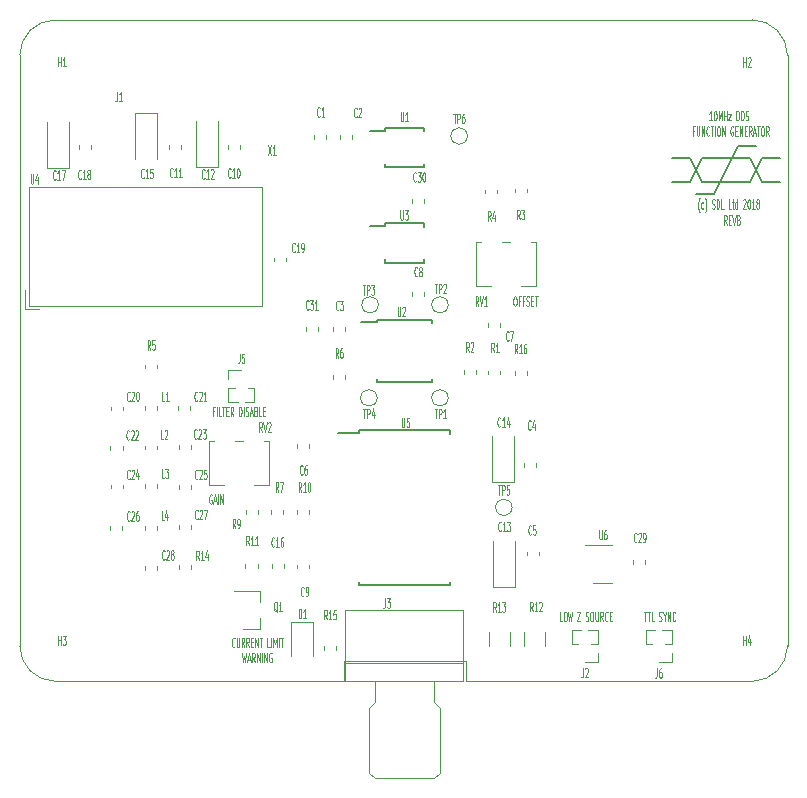
<source format=gbr>
G04 #@! TF.GenerationSoftware,KiCad,Pcbnew,5.0.0-fee4fd1~66~ubuntu18.04.1*
G04 #@! TF.CreationDate,2018-11-03T07:12:00+00:00*
G04 #@! TF.ProjectId,DDS-hat,4444532D6861742E6B696361645F7063,rev?*
G04 #@! TF.SameCoordinates,Original*
G04 #@! TF.FileFunction,Legend,Top*
G04 #@! TF.FilePolarity,Positive*
%FSLAX46Y46*%
G04 Gerber Fmt 4.6, Leading zero omitted, Abs format (unit mm)*
G04 Created by KiCad (PCBNEW 5.0.0-fee4fd1~66~ubuntu18.04.1) date Sat Nov  3 07:12:00 2018*
%MOMM*%
%LPD*%
G01*
G04 APERTURE LIST*
%ADD10C,0.100000*%
%ADD11C,0.120000*%
%ADD12C,0.150000*%
G04 APERTURE END LIST*
D10*
X95004285Y-93952857D02*
X94870952Y-93952857D01*
X94870952Y-94371904D02*
X94870952Y-93571904D01*
X95061428Y-93571904D01*
X95213809Y-94371904D02*
X95213809Y-93571904D01*
X95594761Y-94371904D02*
X95404285Y-94371904D01*
X95404285Y-93571904D01*
X95670952Y-93571904D02*
X95899523Y-93571904D01*
X95785238Y-94371904D02*
X95785238Y-93571904D01*
X96032857Y-93952857D02*
X96166190Y-93952857D01*
X96223333Y-94371904D02*
X96032857Y-94371904D01*
X96032857Y-93571904D01*
X96223333Y-93571904D01*
X96623333Y-94371904D02*
X96490000Y-93990952D01*
X96394761Y-94371904D02*
X96394761Y-93571904D01*
X96547142Y-93571904D01*
X96585238Y-93610000D01*
X96604285Y-93648095D01*
X96623333Y-93724285D01*
X96623333Y-93838571D01*
X96604285Y-93914761D01*
X96585238Y-93952857D01*
X96547142Y-93990952D01*
X96394761Y-93990952D01*
X97099523Y-94371904D02*
X97099523Y-93571904D01*
X97194761Y-93571904D01*
X97251904Y-93610000D01*
X97290000Y-93686190D01*
X97309047Y-93762380D01*
X97328095Y-93914761D01*
X97328095Y-94029047D01*
X97309047Y-94181428D01*
X97290000Y-94257619D01*
X97251904Y-94333809D01*
X97194761Y-94371904D01*
X97099523Y-94371904D01*
X97499523Y-94371904D02*
X97499523Y-93571904D01*
X97670952Y-94333809D02*
X97728095Y-94371904D01*
X97823333Y-94371904D01*
X97861428Y-94333809D01*
X97880476Y-94295714D01*
X97899523Y-94219523D01*
X97899523Y-94143333D01*
X97880476Y-94067142D01*
X97861428Y-94029047D01*
X97823333Y-93990952D01*
X97747142Y-93952857D01*
X97709047Y-93914761D01*
X97690000Y-93876666D01*
X97670952Y-93800476D01*
X97670952Y-93724285D01*
X97690000Y-93648095D01*
X97709047Y-93610000D01*
X97747142Y-93571904D01*
X97842380Y-93571904D01*
X97899523Y-93610000D01*
X98051904Y-94143333D02*
X98242380Y-94143333D01*
X98013809Y-94371904D02*
X98147142Y-93571904D01*
X98280476Y-94371904D01*
X98547142Y-93952857D02*
X98604285Y-93990952D01*
X98623333Y-94029047D01*
X98642380Y-94105238D01*
X98642380Y-94219523D01*
X98623333Y-94295714D01*
X98604285Y-94333809D01*
X98566190Y-94371904D01*
X98413809Y-94371904D01*
X98413809Y-93571904D01*
X98547142Y-93571904D01*
X98585238Y-93610000D01*
X98604285Y-93648095D01*
X98623333Y-93724285D01*
X98623333Y-93800476D01*
X98604285Y-93876666D01*
X98585238Y-93914761D01*
X98547142Y-93952857D01*
X98413809Y-93952857D01*
X99004285Y-94371904D02*
X98813809Y-94371904D01*
X98813809Y-93571904D01*
X99137619Y-93952857D02*
X99270952Y-93952857D01*
X99328095Y-94371904D02*
X99137619Y-94371904D01*
X99137619Y-93571904D01*
X99328095Y-93571904D01*
X124470000Y-111711904D02*
X124279523Y-111711904D01*
X124279523Y-110911904D01*
X124679523Y-110911904D02*
X124755714Y-110911904D01*
X124793809Y-110950000D01*
X124831904Y-111026190D01*
X124850952Y-111178571D01*
X124850952Y-111445238D01*
X124831904Y-111597619D01*
X124793809Y-111673809D01*
X124755714Y-111711904D01*
X124679523Y-111711904D01*
X124641428Y-111673809D01*
X124603333Y-111597619D01*
X124584285Y-111445238D01*
X124584285Y-111178571D01*
X124603333Y-111026190D01*
X124641428Y-110950000D01*
X124679523Y-110911904D01*
X124984285Y-110911904D02*
X125079523Y-111711904D01*
X125155714Y-111140476D01*
X125231904Y-111711904D01*
X125327142Y-110911904D01*
X125746190Y-110911904D02*
X126012857Y-110911904D01*
X125746190Y-111711904D01*
X126012857Y-111711904D01*
X126450952Y-111673809D02*
X126508095Y-111711904D01*
X126603333Y-111711904D01*
X126641428Y-111673809D01*
X126660476Y-111635714D01*
X126679523Y-111559523D01*
X126679523Y-111483333D01*
X126660476Y-111407142D01*
X126641428Y-111369047D01*
X126603333Y-111330952D01*
X126527142Y-111292857D01*
X126489047Y-111254761D01*
X126470000Y-111216666D01*
X126450952Y-111140476D01*
X126450952Y-111064285D01*
X126470000Y-110988095D01*
X126489047Y-110950000D01*
X126527142Y-110911904D01*
X126622380Y-110911904D01*
X126679523Y-110950000D01*
X126927142Y-110911904D02*
X127003333Y-110911904D01*
X127041428Y-110950000D01*
X127079523Y-111026190D01*
X127098571Y-111178571D01*
X127098571Y-111445238D01*
X127079523Y-111597619D01*
X127041428Y-111673809D01*
X127003333Y-111711904D01*
X126927142Y-111711904D01*
X126889047Y-111673809D01*
X126850952Y-111597619D01*
X126831904Y-111445238D01*
X126831904Y-111178571D01*
X126850952Y-111026190D01*
X126889047Y-110950000D01*
X126927142Y-110911904D01*
X127270000Y-110911904D02*
X127270000Y-111559523D01*
X127289047Y-111635714D01*
X127308095Y-111673809D01*
X127346190Y-111711904D01*
X127422380Y-111711904D01*
X127460476Y-111673809D01*
X127479523Y-111635714D01*
X127498571Y-111559523D01*
X127498571Y-110911904D01*
X127917619Y-111711904D02*
X127784285Y-111330952D01*
X127689047Y-111711904D02*
X127689047Y-110911904D01*
X127841428Y-110911904D01*
X127879523Y-110950000D01*
X127898571Y-110988095D01*
X127917619Y-111064285D01*
X127917619Y-111178571D01*
X127898571Y-111254761D01*
X127879523Y-111292857D01*
X127841428Y-111330952D01*
X127689047Y-111330952D01*
X128317619Y-111635714D02*
X128298571Y-111673809D01*
X128241428Y-111711904D01*
X128203333Y-111711904D01*
X128146190Y-111673809D01*
X128108095Y-111597619D01*
X128089047Y-111521428D01*
X128070000Y-111369047D01*
X128070000Y-111254761D01*
X128089047Y-111102380D01*
X128108095Y-111026190D01*
X128146190Y-110950000D01*
X128203333Y-110911904D01*
X128241428Y-110911904D01*
X128298571Y-110950000D01*
X128317619Y-110988095D01*
X128489047Y-111292857D02*
X128622380Y-111292857D01*
X128679523Y-111711904D02*
X128489047Y-111711904D01*
X128489047Y-110911904D01*
X128679523Y-110911904D01*
X131387619Y-110931904D02*
X131616190Y-110931904D01*
X131501904Y-111731904D02*
X131501904Y-110931904D01*
X131692380Y-110931904D02*
X131920952Y-110931904D01*
X131806666Y-111731904D02*
X131806666Y-110931904D01*
X132244761Y-111731904D02*
X132054285Y-111731904D01*
X132054285Y-110931904D01*
X132663809Y-111693809D02*
X132720952Y-111731904D01*
X132816190Y-111731904D01*
X132854285Y-111693809D01*
X132873333Y-111655714D01*
X132892380Y-111579523D01*
X132892380Y-111503333D01*
X132873333Y-111427142D01*
X132854285Y-111389047D01*
X132816190Y-111350952D01*
X132740000Y-111312857D01*
X132701904Y-111274761D01*
X132682857Y-111236666D01*
X132663809Y-111160476D01*
X132663809Y-111084285D01*
X132682857Y-111008095D01*
X132701904Y-110970000D01*
X132740000Y-110931904D01*
X132835238Y-110931904D01*
X132892380Y-110970000D01*
X133140000Y-111350952D02*
X133140000Y-111731904D01*
X133006666Y-110931904D02*
X133140000Y-111350952D01*
X133273333Y-110931904D01*
X133406666Y-111731904D02*
X133406666Y-110931904D01*
X133635238Y-111731904D01*
X133635238Y-110931904D01*
X134054285Y-111655714D02*
X134035238Y-111693809D01*
X133978095Y-111731904D01*
X133940000Y-111731904D01*
X133882857Y-111693809D01*
X133844761Y-111617619D01*
X133825714Y-111541428D01*
X133806666Y-111389047D01*
X133806666Y-111274761D01*
X133825714Y-111122380D01*
X133844761Y-111046190D01*
X133882857Y-110970000D01*
X133940000Y-110931904D01*
X133978095Y-110931904D01*
X134035238Y-110970000D01*
X134054285Y-111008095D01*
X96725714Y-113835714D02*
X96706666Y-113873809D01*
X96649523Y-113911904D01*
X96611428Y-113911904D01*
X96554285Y-113873809D01*
X96516190Y-113797619D01*
X96497142Y-113721428D01*
X96478095Y-113569047D01*
X96478095Y-113454761D01*
X96497142Y-113302380D01*
X96516190Y-113226190D01*
X96554285Y-113150000D01*
X96611428Y-113111904D01*
X96649523Y-113111904D01*
X96706666Y-113150000D01*
X96725714Y-113188095D01*
X96897142Y-113111904D02*
X96897142Y-113759523D01*
X96916190Y-113835714D01*
X96935238Y-113873809D01*
X96973333Y-113911904D01*
X97049523Y-113911904D01*
X97087619Y-113873809D01*
X97106666Y-113835714D01*
X97125714Y-113759523D01*
X97125714Y-113111904D01*
X97544761Y-113911904D02*
X97411428Y-113530952D01*
X97316190Y-113911904D02*
X97316190Y-113111904D01*
X97468571Y-113111904D01*
X97506666Y-113150000D01*
X97525714Y-113188095D01*
X97544761Y-113264285D01*
X97544761Y-113378571D01*
X97525714Y-113454761D01*
X97506666Y-113492857D01*
X97468571Y-113530952D01*
X97316190Y-113530952D01*
X97944761Y-113911904D02*
X97811428Y-113530952D01*
X97716190Y-113911904D02*
X97716190Y-113111904D01*
X97868571Y-113111904D01*
X97906666Y-113150000D01*
X97925714Y-113188095D01*
X97944761Y-113264285D01*
X97944761Y-113378571D01*
X97925714Y-113454761D01*
X97906666Y-113492857D01*
X97868571Y-113530952D01*
X97716190Y-113530952D01*
X98116190Y-113492857D02*
X98249523Y-113492857D01*
X98306666Y-113911904D02*
X98116190Y-113911904D01*
X98116190Y-113111904D01*
X98306666Y-113111904D01*
X98478095Y-113911904D02*
X98478095Y-113111904D01*
X98706666Y-113911904D01*
X98706666Y-113111904D01*
X98840000Y-113111904D02*
X99068571Y-113111904D01*
X98954285Y-113911904D02*
X98954285Y-113111904D01*
X99697142Y-113911904D02*
X99506666Y-113911904D01*
X99506666Y-113111904D01*
X99830476Y-113911904D02*
X99830476Y-113111904D01*
X100020952Y-113911904D02*
X100020952Y-113111904D01*
X100154285Y-113683333D01*
X100287619Y-113111904D01*
X100287619Y-113911904D01*
X100478095Y-113911904D02*
X100478095Y-113111904D01*
X100611428Y-113111904D02*
X100840000Y-113111904D01*
X100725714Y-113911904D02*
X100725714Y-113111904D01*
X97382857Y-114411904D02*
X97478095Y-115211904D01*
X97554285Y-114640476D01*
X97630476Y-115211904D01*
X97725714Y-114411904D01*
X97859047Y-114983333D02*
X98049523Y-114983333D01*
X97820952Y-115211904D02*
X97954285Y-114411904D01*
X98087619Y-115211904D01*
X98449523Y-115211904D02*
X98316190Y-114830952D01*
X98220952Y-115211904D02*
X98220952Y-114411904D01*
X98373333Y-114411904D01*
X98411428Y-114450000D01*
X98430476Y-114488095D01*
X98449523Y-114564285D01*
X98449523Y-114678571D01*
X98430476Y-114754761D01*
X98411428Y-114792857D01*
X98373333Y-114830952D01*
X98220952Y-114830952D01*
X98620952Y-115211904D02*
X98620952Y-114411904D01*
X98849523Y-115211904D01*
X98849523Y-114411904D01*
X99040000Y-115211904D02*
X99040000Y-114411904D01*
X99230476Y-115211904D02*
X99230476Y-114411904D01*
X99459047Y-115211904D01*
X99459047Y-114411904D01*
X99859047Y-114450000D02*
X99820952Y-114411904D01*
X99763809Y-114411904D01*
X99706666Y-114450000D01*
X99668571Y-114526190D01*
X99649523Y-114602380D01*
X99630476Y-114754761D01*
X99630476Y-114869047D01*
X99649523Y-115021428D01*
X99668571Y-115097619D01*
X99706666Y-115173809D01*
X99763809Y-115211904D01*
X99801904Y-115211904D01*
X99859047Y-115173809D01*
X99878095Y-115135714D01*
X99878095Y-114869047D01*
X99801904Y-114869047D01*
X138401428Y-78151904D02*
X138268095Y-77770952D01*
X138172857Y-78151904D02*
X138172857Y-77351904D01*
X138325238Y-77351904D01*
X138363333Y-77390000D01*
X138382380Y-77428095D01*
X138401428Y-77504285D01*
X138401428Y-77618571D01*
X138382380Y-77694761D01*
X138363333Y-77732857D01*
X138325238Y-77770952D01*
X138172857Y-77770952D01*
X138572857Y-77732857D02*
X138706190Y-77732857D01*
X138763333Y-78151904D02*
X138572857Y-78151904D01*
X138572857Y-77351904D01*
X138763333Y-77351904D01*
X138877619Y-77351904D02*
X139010952Y-78151904D01*
X139144285Y-77351904D01*
X139410952Y-77732857D02*
X139468095Y-77770952D01*
X139487142Y-77809047D01*
X139506190Y-77885238D01*
X139506190Y-77999523D01*
X139487142Y-78075714D01*
X139468095Y-78113809D01*
X139430000Y-78151904D01*
X139277619Y-78151904D01*
X139277619Y-77351904D01*
X139410952Y-77351904D01*
X139449047Y-77390000D01*
X139468095Y-77428095D01*
X139487142Y-77504285D01*
X139487142Y-77580476D01*
X139468095Y-77656666D01*
X139449047Y-77694761D01*
X139410952Y-77732857D01*
X139277619Y-77732857D01*
X94798571Y-101040000D02*
X94760476Y-101001904D01*
X94703333Y-101001904D01*
X94646190Y-101040000D01*
X94608095Y-101116190D01*
X94589047Y-101192380D01*
X94570000Y-101344761D01*
X94570000Y-101459047D01*
X94589047Y-101611428D01*
X94608095Y-101687619D01*
X94646190Y-101763809D01*
X94703333Y-101801904D01*
X94741428Y-101801904D01*
X94798571Y-101763809D01*
X94817619Y-101725714D01*
X94817619Y-101459047D01*
X94741428Y-101459047D01*
X94970000Y-101573333D02*
X95160476Y-101573333D01*
X94931904Y-101801904D02*
X95065238Y-101001904D01*
X95198571Y-101801904D01*
X95331904Y-101801904D02*
X95331904Y-101001904D01*
X95522380Y-101801904D02*
X95522380Y-101001904D01*
X95750952Y-101801904D01*
X95750952Y-101001904D01*
X120435238Y-84231904D02*
X120511428Y-84231904D01*
X120549523Y-84270000D01*
X120587619Y-84346190D01*
X120606666Y-84498571D01*
X120606666Y-84765238D01*
X120587619Y-84917619D01*
X120549523Y-84993809D01*
X120511428Y-85031904D01*
X120435238Y-85031904D01*
X120397142Y-84993809D01*
X120359047Y-84917619D01*
X120340000Y-84765238D01*
X120340000Y-84498571D01*
X120359047Y-84346190D01*
X120397142Y-84270000D01*
X120435238Y-84231904D01*
X120911428Y-84612857D02*
X120778095Y-84612857D01*
X120778095Y-85031904D02*
X120778095Y-84231904D01*
X120968571Y-84231904D01*
X121254285Y-84612857D02*
X121120952Y-84612857D01*
X121120952Y-85031904D02*
X121120952Y-84231904D01*
X121311428Y-84231904D01*
X121444761Y-84993809D02*
X121501904Y-85031904D01*
X121597142Y-85031904D01*
X121635238Y-84993809D01*
X121654285Y-84955714D01*
X121673333Y-84879523D01*
X121673333Y-84803333D01*
X121654285Y-84727142D01*
X121635238Y-84689047D01*
X121597142Y-84650952D01*
X121520952Y-84612857D01*
X121482857Y-84574761D01*
X121463809Y-84536666D01*
X121444761Y-84460476D01*
X121444761Y-84384285D01*
X121463809Y-84308095D01*
X121482857Y-84270000D01*
X121520952Y-84231904D01*
X121616190Y-84231904D01*
X121673333Y-84270000D01*
X121844761Y-84612857D02*
X121978095Y-84612857D01*
X122035238Y-85031904D02*
X121844761Y-85031904D01*
X121844761Y-84231904D01*
X122035238Y-84231904D01*
X122149523Y-84231904D02*
X122378095Y-84231904D01*
X122263809Y-85031904D02*
X122263809Y-84231904D01*
X116300000Y-116820000D02*
X140546356Y-116817611D01*
X105960000Y-115110000D02*
X105960000Y-116817611D01*
X116300000Y-115110000D02*
X116300000Y-116820000D01*
X105960000Y-115110000D02*
X116300000Y-115110000D01*
X137155952Y-69336904D02*
X136927380Y-69336904D01*
X137041666Y-69336904D02*
X137041666Y-68536904D01*
X137003571Y-68651190D01*
X136965476Y-68727380D01*
X136927380Y-68765476D01*
X137403571Y-68536904D02*
X137441666Y-68536904D01*
X137479761Y-68575000D01*
X137498809Y-68613095D01*
X137517857Y-68689285D01*
X137536904Y-68841666D01*
X137536904Y-69032142D01*
X137517857Y-69184523D01*
X137498809Y-69260714D01*
X137479761Y-69298809D01*
X137441666Y-69336904D01*
X137403571Y-69336904D01*
X137365476Y-69298809D01*
X137346428Y-69260714D01*
X137327380Y-69184523D01*
X137308333Y-69032142D01*
X137308333Y-68841666D01*
X137327380Y-68689285D01*
X137346428Y-68613095D01*
X137365476Y-68575000D01*
X137403571Y-68536904D01*
X137708333Y-69336904D02*
X137708333Y-68536904D01*
X137841666Y-69108333D01*
X137975000Y-68536904D01*
X137975000Y-69336904D01*
X138165476Y-69336904D02*
X138165476Y-68536904D01*
X138165476Y-68917857D02*
X138394047Y-68917857D01*
X138394047Y-69336904D02*
X138394047Y-68536904D01*
X138546428Y-68803571D02*
X138755952Y-68803571D01*
X138546428Y-69336904D01*
X138755952Y-69336904D01*
X139213095Y-69336904D02*
X139213095Y-68536904D01*
X139308333Y-68536904D01*
X139365476Y-68575000D01*
X139403571Y-68651190D01*
X139422619Y-68727380D01*
X139441666Y-68879761D01*
X139441666Y-68994047D01*
X139422619Y-69146428D01*
X139403571Y-69222619D01*
X139365476Y-69298809D01*
X139308333Y-69336904D01*
X139213095Y-69336904D01*
X139613095Y-69336904D02*
X139613095Y-68536904D01*
X139708333Y-68536904D01*
X139765476Y-68575000D01*
X139803571Y-68651190D01*
X139822619Y-68727380D01*
X139841666Y-68879761D01*
X139841666Y-68994047D01*
X139822619Y-69146428D01*
X139803571Y-69222619D01*
X139765476Y-69298809D01*
X139708333Y-69336904D01*
X139613095Y-69336904D01*
X139994047Y-69298809D02*
X140051190Y-69336904D01*
X140146428Y-69336904D01*
X140184523Y-69298809D01*
X140203571Y-69260714D01*
X140222619Y-69184523D01*
X140222619Y-69108333D01*
X140203571Y-69032142D01*
X140184523Y-68994047D01*
X140146428Y-68955952D01*
X140070238Y-68917857D01*
X140032142Y-68879761D01*
X140013095Y-68841666D01*
X139994047Y-68765476D01*
X139994047Y-68689285D01*
X140013095Y-68613095D01*
X140032142Y-68575000D01*
X140070238Y-68536904D01*
X140165476Y-68536904D01*
X140222619Y-68575000D01*
X135641666Y-70217857D02*
X135508333Y-70217857D01*
X135508333Y-70636904D02*
X135508333Y-69836904D01*
X135698809Y-69836904D01*
X135851190Y-69836904D02*
X135851190Y-70484523D01*
X135870238Y-70560714D01*
X135889285Y-70598809D01*
X135927380Y-70636904D01*
X136003571Y-70636904D01*
X136041666Y-70598809D01*
X136060714Y-70560714D01*
X136079761Y-70484523D01*
X136079761Y-69836904D01*
X136270238Y-70636904D02*
X136270238Y-69836904D01*
X136498809Y-70636904D01*
X136498809Y-69836904D01*
X136917857Y-70560714D02*
X136898809Y-70598809D01*
X136841666Y-70636904D01*
X136803571Y-70636904D01*
X136746428Y-70598809D01*
X136708333Y-70522619D01*
X136689285Y-70446428D01*
X136670238Y-70294047D01*
X136670238Y-70179761D01*
X136689285Y-70027380D01*
X136708333Y-69951190D01*
X136746428Y-69875000D01*
X136803571Y-69836904D01*
X136841666Y-69836904D01*
X136898809Y-69875000D01*
X136917857Y-69913095D01*
X137032142Y-69836904D02*
X137260714Y-69836904D01*
X137146428Y-70636904D02*
X137146428Y-69836904D01*
X137394047Y-70636904D02*
X137394047Y-69836904D01*
X137660714Y-69836904D02*
X137736904Y-69836904D01*
X137775000Y-69875000D01*
X137813095Y-69951190D01*
X137832142Y-70103571D01*
X137832142Y-70370238D01*
X137813095Y-70522619D01*
X137775000Y-70598809D01*
X137736904Y-70636904D01*
X137660714Y-70636904D01*
X137622619Y-70598809D01*
X137584523Y-70522619D01*
X137565476Y-70370238D01*
X137565476Y-70103571D01*
X137584523Y-69951190D01*
X137622619Y-69875000D01*
X137660714Y-69836904D01*
X138003571Y-70636904D02*
X138003571Y-69836904D01*
X138232142Y-70636904D01*
X138232142Y-69836904D01*
X138936904Y-69875000D02*
X138898809Y-69836904D01*
X138841666Y-69836904D01*
X138784523Y-69875000D01*
X138746428Y-69951190D01*
X138727380Y-70027380D01*
X138708333Y-70179761D01*
X138708333Y-70294047D01*
X138727380Y-70446428D01*
X138746428Y-70522619D01*
X138784523Y-70598809D01*
X138841666Y-70636904D01*
X138879761Y-70636904D01*
X138936904Y-70598809D01*
X138955952Y-70560714D01*
X138955952Y-70294047D01*
X138879761Y-70294047D01*
X139127380Y-70217857D02*
X139260714Y-70217857D01*
X139317857Y-70636904D02*
X139127380Y-70636904D01*
X139127380Y-69836904D01*
X139317857Y-69836904D01*
X139489285Y-70636904D02*
X139489285Y-69836904D01*
X139717857Y-70636904D01*
X139717857Y-69836904D01*
X139908333Y-70217857D02*
X140041666Y-70217857D01*
X140098809Y-70636904D02*
X139908333Y-70636904D01*
X139908333Y-69836904D01*
X140098809Y-69836904D01*
X140498809Y-70636904D02*
X140365476Y-70255952D01*
X140270238Y-70636904D02*
X140270238Y-69836904D01*
X140422619Y-69836904D01*
X140460714Y-69875000D01*
X140479761Y-69913095D01*
X140498809Y-69989285D01*
X140498809Y-70103571D01*
X140479761Y-70179761D01*
X140460714Y-70217857D01*
X140422619Y-70255952D01*
X140270238Y-70255952D01*
X140651190Y-70408333D02*
X140841666Y-70408333D01*
X140613095Y-70636904D02*
X140746428Y-69836904D01*
X140879761Y-70636904D01*
X140955952Y-69836904D02*
X141184523Y-69836904D01*
X141070238Y-70636904D02*
X141070238Y-69836904D01*
X141394047Y-69836904D02*
X141470238Y-69836904D01*
X141508333Y-69875000D01*
X141546428Y-69951190D01*
X141565476Y-70103571D01*
X141565476Y-70370238D01*
X141546428Y-70522619D01*
X141508333Y-70598809D01*
X141470238Y-70636904D01*
X141394047Y-70636904D01*
X141355952Y-70598809D01*
X141317857Y-70522619D01*
X141298809Y-70370238D01*
X141298809Y-70103571D01*
X141317857Y-69951190D01*
X141355952Y-69875000D01*
X141394047Y-69836904D01*
X141965476Y-70636904D02*
X141832142Y-70255952D01*
X141736904Y-70636904D02*
X141736904Y-69836904D01*
X141889285Y-69836904D01*
X141927380Y-69875000D01*
X141946428Y-69913095D01*
X141965476Y-69989285D01*
X141965476Y-70103571D01*
X141946428Y-70179761D01*
X141927380Y-70217857D01*
X141889285Y-70255952D01*
X141736904Y-70255952D01*
X78546356Y-63817611D02*
X78546356Y-113817611D01*
X78546356Y-63817611D02*
G75*
G02X81546356Y-60817611I3000000J0D01*
G01*
X140546356Y-60817611D02*
X81546356Y-60817611D01*
X140546356Y-60817611D02*
G75*
G02X143546356Y-63817611I0J-3000000D01*
G01*
X143546356Y-113817611D02*
X143546356Y-63817611D01*
X81546356Y-116817611D02*
G75*
G02X78546356Y-113817611I0J3000000D01*
G01*
X81546356Y-116817611D02*
X105960000Y-116820000D01*
X143546351Y-113822847D02*
G75*
G02X140546356Y-116817611I-2999995J5236D01*
G01*
D11*
G04 #@! TO.C,J2*
X127490000Y-112465000D02*
X126687530Y-112465000D01*
X126072470Y-112465000D02*
X125270000Y-112465000D01*
X127490000Y-113670000D02*
X127490000Y-112465000D01*
X125270000Y-113670000D02*
X125270000Y-112465000D01*
X127490000Y-113670000D02*
X126943471Y-113670000D01*
X125816529Y-113670000D02*
X125270000Y-113670000D01*
X127490000Y-114430000D02*
X127490000Y-115190000D01*
X127490000Y-115190000D02*
X126380000Y-115190000D01*
G04 #@! TO.C,J5*
X96180000Y-90470000D02*
X97290000Y-90470000D01*
X96180000Y-91230000D02*
X96180000Y-90470000D01*
X97853471Y-91990000D02*
X98400000Y-91990000D01*
X96180000Y-91990000D02*
X96726529Y-91990000D01*
X98400000Y-91990000D02*
X98400000Y-93195000D01*
X96180000Y-91990000D02*
X96180000Y-93195000D01*
X97597530Y-93195000D02*
X98400000Y-93195000D01*
X96180000Y-93195000D02*
X96982470Y-93195000D01*
G04 #@! TO.C,J6*
X133750000Y-112475000D02*
X132947530Y-112475000D01*
X132332470Y-112475000D02*
X131530000Y-112475000D01*
X133750000Y-113680000D02*
X133750000Y-112475000D01*
X131530000Y-113680000D02*
X131530000Y-112475000D01*
X133750000Y-113680000D02*
X133203471Y-113680000D01*
X132076529Y-113680000D02*
X131530000Y-113680000D01*
X133750000Y-114440000D02*
X133750000Y-115200000D01*
X133750000Y-115200000D02*
X132640000Y-115200000D01*
G04 #@! TO.C,U4*
X99040000Y-74980000D02*
X79300000Y-74980000D01*
X99040000Y-85020000D02*
X99040000Y-74980000D01*
X79300000Y-85020000D02*
X99040000Y-85020000D01*
X79300000Y-85020000D02*
X79300000Y-74980000D01*
D10*
X79020000Y-85300000D02*
X80150000Y-85300000D01*
X79020000Y-83680000D02*
X79020000Y-85300000D01*
D11*
G04 #@! TO.C,C31*
X102740000Y-87162779D02*
X102740000Y-86837221D01*
X103760000Y-87162779D02*
X103760000Y-86837221D01*
D10*
G04 #@! TO.C,J3*
X108610000Y-125040000D02*
X108110000Y-124540000D01*
X113610000Y-125040000D02*
X108610000Y-125040000D01*
X114110000Y-124540000D02*
X113610000Y-125040000D01*
X116110000Y-110790000D02*
X116110000Y-115290000D01*
X106160000Y-110790000D02*
X116110000Y-110790000D01*
X106110000Y-115290000D02*
X106110000Y-110790000D01*
X116110000Y-115290000D02*
X106110000Y-115290000D01*
X106110000Y-116790000D02*
X106110000Y-115290000D01*
X106110000Y-116790000D02*
X116110000Y-116790000D01*
X116110000Y-116790000D02*
X116110000Y-115290000D01*
X108110000Y-124540000D02*
X108110000Y-119040000D01*
X108110000Y-119040000D02*
X108610000Y-118540000D01*
X108610000Y-118540000D02*
X108610000Y-116790000D01*
X114110000Y-124540000D02*
X114110000Y-119040000D01*
X114110000Y-119040000D02*
X113610000Y-118540000D01*
X113610000Y-118540000D02*
X113610000Y-116790000D01*
D12*
G04 #@! TO.C,U5*
X107245000Y-95555000D02*
X107245000Y-95805000D01*
X114995000Y-95555000D02*
X114995000Y-95890000D01*
X114995000Y-108705000D02*
X114995000Y-108370000D01*
X107245000Y-108705000D02*
X107245000Y-108370000D01*
X107245000Y-95555000D02*
X114995000Y-95555000D01*
X107245000Y-108705000D02*
X114995000Y-108705000D01*
X107245000Y-95805000D02*
X105445000Y-95805000D01*
D11*
G04 #@! TO.C,C30*
X112790000Y-75957221D02*
X112790000Y-76282779D01*
X111770000Y-75957221D02*
X111770000Y-76282779D01*
G04 #@! TO.C,R16*
X120430000Y-90892779D02*
X120430000Y-90567221D01*
X121450000Y-90892779D02*
X121450000Y-90567221D01*
G04 #@! TO.C,U6*
X127110000Y-108490000D02*
X128710000Y-108490000D01*
X128710000Y-105290000D02*
X126410000Y-105290000D01*
G04 #@! TO.C,C29*
X131490000Y-106557221D02*
X131490000Y-106882779D01*
X130470000Y-106557221D02*
X130470000Y-106882779D01*
G04 #@! TO.C,D1*
X103340000Y-114690000D02*
X103340000Y-111805000D01*
X103340000Y-111805000D02*
X101520000Y-111805000D01*
X101520000Y-111805000D02*
X101520000Y-114690000D01*
G04 #@! TO.C,Q1*
X98880000Y-112350000D02*
X98880000Y-111420000D01*
X98880000Y-109190000D02*
X98880000Y-110120000D01*
X98880000Y-109190000D02*
X96720000Y-109190000D01*
X98880000Y-112350000D02*
X97420000Y-112350000D01*
G04 #@! TO.C,R15*
X104260000Y-114142779D02*
X104260000Y-113817221D01*
X105280000Y-114142779D02*
X105280000Y-113817221D01*
G04 #@! TO.C,C28*
X90172000Y-107050721D02*
X90172000Y-107376279D01*
X89152000Y-107050721D02*
X89152000Y-107376279D01*
G04 #@! TO.C,C27*
X93070000Y-103902779D02*
X93070000Y-103577221D01*
X92050000Y-103902779D02*
X92050000Y-103577221D01*
G04 #@! TO.C,C26*
X87230000Y-103667221D02*
X87230000Y-103992779D01*
X86210000Y-103667221D02*
X86210000Y-103992779D01*
G04 #@! TO.C,C25*
X93030000Y-100512779D02*
X93030000Y-100187221D01*
X92010000Y-100512779D02*
X92010000Y-100187221D01*
G04 #@! TO.C,C24*
X87260000Y-100167221D02*
X87260000Y-100492779D01*
X86240000Y-100167221D02*
X86240000Y-100492779D01*
G04 #@! TO.C,C23*
X93010000Y-97150279D02*
X93010000Y-96824721D01*
X91990000Y-97150279D02*
X91990000Y-96824721D01*
G04 #@! TO.C,C22*
X87240000Y-96890721D02*
X87240000Y-97216279D01*
X86220000Y-96890721D02*
X86220000Y-97216279D01*
G04 #@! TO.C,C21*
X92990000Y-93840279D02*
X92990000Y-93514721D01*
X91970000Y-93840279D02*
X91970000Y-93514721D01*
G04 #@! TO.C,C20*
X87280000Y-93557221D02*
X87280000Y-93882779D01*
X86260000Y-93557221D02*
X86260000Y-93882779D01*
G04 #@! TO.C,L3*
X89140000Y-100137221D02*
X89140000Y-100462779D01*
X90160000Y-100137221D02*
X90160000Y-100462779D01*
G04 #@! TO.C,L1*
X90150000Y-93544721D02*
X90150000Y-93870279D01*
X89130000Y-93544721D02*
X89130000Y-93870279D01*
G04 #@! TO.C,L4*
X89150000Y-103644721D02*
X89150000Y-103970279D01*
X90170000Y-103644721D02*
X90170000Y-103970279D01*
G04 #@! TO.C,L2*
X90140000Y-96854721D02*
X90140000Y-97180279D01*
X89120000Y-96854721D02*
X89120000Y-97180279D01*
G04 #@! TO.C,R5*
X90172000Y-90332779D02*
X90172000Y-90007221D01*
X89152000Y-90332779D02*
X89152000Y-90007221D01*
G04 #@! TO.C,R14*
X92050000Y-107320279D02*
X92050000Y-106994721D01*
X93070000Y-107320279D02*
X93070000Y-106994721D01*
G04 #@! TO.C,C14*
X118555000Y-96070000D02*
X118555000Y-99980000D01*
X118555000Y-99980000D02*
X120425000Y-99980000D01*
X120425000Y-99980000D02*
X120425000Y-96070000D01*
G04 #@! TO.C,C17*
X82685000Y-73360000D02*
X82685000Y-69450000D01*
X80815000Y-73360000D02*
X82685000Y-73360000D01*
X80815000Y-69450000D02*
X80815000Y-73360000D01*
G04 #@! TO.C,C15*
X90185000Y-72590000D02*
X90185000Y-68680000D01*
X90185000Y-68680000D02*
X88315000Y-68680000D01*
X88315000Y-68680000D02*
X88315000Y-72590000D01*
G04 #@! TO.C,C13*
X120475000Y-108820000D02*
X120475000Y-104910000D01*
X118605000Y-108820000D02*
X120475000Y-108820000D01*
X118605000Y-104910000D02*
X118605000Y-108820000D01*
G04 #@! TO.C,C12*
X93445000Y-69360000D02*
X93445000Y-73270000D01*
X93445000Y-73270000D02*
X95315000Y-73270000D01*
X95315000Y-73270000D02*
X95315000Y-69360000D01*
G04 #@! TO.C,TP6*
X116440000Y-70650000D02*
G75*
G03X116440000Y-70650000I-700000J0D01*
G01*
G04 #@! TO.C,RV2*
X99240000Y-96460000D02*
X99620000Y-96460000D01*
X94580000Y-96460000D02*
X94960000Y-96460000D01*
X96740000Y-96460000D02*
X97460000Y-96460000D01*
X94580000Y-100200000D02*
X95860000Y-100200000D01*
X98340000Y-100200000D02*
X99620000Y-100200000D01*
X94580000Y-96460000D02*
X94580000Y-100200000D01*
X99620000Y-96460000D02*
X99620000Y-100200000D01*
G04 #@! TO.C,C19*
X101120000Y-80944721D02*
X101120000Y-81270279D01*
X100100000Y-80944721D02*
X100100000Y-81270279D01*
G04 #@! TO.C,RV1*
X121860000Y-79650000D02*
X122240000Y-79650000D01*
X117200000Y-79650000D02*
X117580000Y-79650000D01*
X119360000Y-79650000D02*
X120080000Y-79650000D01*
X117200000Y-83390000D02*
X118480000Y-83390000D01*
X120960000Y-83390000D02*
X122240000Y-83390000D01*
X117200000Y-79650000D02*
X117200000Y-83390000D01*
X122240000Y-79650000D02*
X122240000Y-83390000D01*
G04 #@! TO.C,C10*
X96210000Y-71720279D02*
X96210000Y-71394721D01*
X97230000Y-71720279D02*
X97230000Y-71394721D01*
G04 #@! TO.C,C4*
X122270000Y-98642779D02*
X122270000Y-98317221D01*
X121250000Y-98642779D02*
X121250000Y-98317221D01*
G04 #@! TO.C,C5*
X121460000Y-106160279D02*
X121460000Y-105834721D01*
X122480000Y-106160279D02*
X122480000Y-105834721D01*
G04 #@! TO.C,C7*
X118210000Y-86479721D02*
X118210000Y-86805279D01*
X119230000Y-86479721D02*
X119230000Y-86805279D01*
G04 #@! TO.C,C8*
X111770000Y-84182779D02*
X111770000Y-83857221D01*
X112790000Y-84182779D02*
X112790000Y-83857221D01*
G04 #@! TO.C,C9*
X102000000Y-106937221D02*
X102000000Y-107262779D01*
X103020000Y-106937221D02*
X103020000Y-107262779D01*
G04 #@! TO.C,C11*
X92230000Y-71429721D02*
X92230000Y-71755279D01*
X91210000Y-71429721D02*
X91210000Y-71755279D01*
G04 #@! TO.C,C16*
X99870000Y-106894721D02*
X99870000Y-107220279D01*
X100890000Y-106894721D02*
X100890000Y-107220279D01*
G04 #@! TO.C,C18*
X83560000Y-71770279D02*
X83560000Y-71444721D01*
X84580000Y-71770279D02*
X84580000Y-71444721D01*
D12*
G04 #@! TO.C,U3*
X109435000Y-78035000D02*
X109435000Y-78260000D01*
X112785000Y-78035000D02*
X112785000Y-78335000D01*
X112785000Y-81385000D02*
X112785000Y-81085000D01*
X109435000Y-81385000D02*
X109435000Y-81085000D01*
X109435000Y-78035000D02*
X112785000Y-78035000D01*
X109435000Y-81385000D02*
X112785000Y-81385000D01*
X109435000Y-78260000D02*
X108210000Y-78260000D01*
G04 #@! TO.C,U2*
X108795000Y-86235000D02*
X108795000Y-86360000D01*
X113445000Y-86235000D02*
X113445000Y-86460000D01*
X113445000Y-91485000D02*
X113445000Y-91260000D01*
X108795000Y-91485000D02*
X108795000Y-91260000D01*
X108795000Y-86235000D02*
X113445000Y-86235000D01*
X108795000Y-91485000D02*
X113445000Y-91485000D01*
X108795000Y-86360000D02*
X107445000Y-86360000D01*
D11*
G04 #@! TO.C,R10*
X102010000Y-102297221D02*
X102010000Y-102622779D01*
X103030000Y-102297221D02*
X103030000Y-102622779D01*
G04 #@! TO.C,R11*
X97650000Y-107202779D02*
X97650000Y-106877221D01*
X98670000Y-107202779D02*
X98670000Y-106877221D01*
G04 #@! TO.C,R12*
X123020000Y-113842064D02*
X123020000Y-112637936D01*
X121200000Y-113842064D02*
X121200000Y-112637936D01*
G04 #@! TO.C,R13*
X118250000Y-113842064D02*
X118250000Y-112637936D01*
X120070000Y-113842064D02*
X120070000Y-112637936D01*
G04 #@! TO.C,TP5*
X120230000Y-102090000D02*
G75*
G03X120230000Y-102090000I-700000J0D01*
G01*
G04 #@! TO.C,TP4*
X108800000Y-92820000D02*
G75*
G03X108800000Y-92820000I-700000J0D01*
G01*
G04 #@! TO.C,TP3*
X108900000Y-84940000D02*
G75*
G03X108900000Y-84940000I-700000J0D01*
G01*
G04 #@! TO.C,TP1*
X114820000Y-92820000D02*
G75*
G03X114820000Y-92820000I-700000J0D01*
G01*
G04 #@! TO.C,TP2*
X114820000Y-84940000D02*
G75*
G03X114820000Y-84940000I-700000J0D01*
G01*
G04 #@! TO.C,C6*
X102030000Y-97092779D02*
X102030000Y-96767221D01*
X103050000Y-97092779D02*
X103050000Y-96767221D01*
G04 #@! TO.C,R7*
X100870000Y-102612779D02*
X100870000Y-102287221D01*
X99850000Y-102612779D02*
X99850000Y-102287221D01*
G04 #@! TO.C,R6*
X105080000Y-91232779D02*
X105080000Y-90907221D01*
X106100000Y-91232779D02*
X106100000Y-90907221D01*
G04 #@! TO.C,R9*
X97680000Y-102622779D02*
X97680000Y-102297221D01*
X98700000Y-102622779D02*
X98700000Y-102297221D01*
G04 #@! TO.C,R2*
X117160000Y-90822779D02*
X117160000Y-90497221D01*
X116140000Y-90822779D02*
X116140000Y-90497221D01*
G04 #@! TO.C,R3*
X120450000Y-75422779D02*
X120450000Y-75097221D01*
X121470000Y-75422779D02*
X121470000Y-75097221D01*
G04 #@! TO.C,R4*
X117950000Y-75187221D02*
X117950000Y-75512779D01*
X118970000Y-75187221D02*
X118970000Y-75512779D01*
G04 #@! TO.C,C3*
X106040000Y-86849721D02*
X106040000Y-87175279D01*
X105020000Y-86849721D02*
X105020000Y-87175279D01*
G04 #@! TO.C,R1*
X118220000Y-90830279D02*
X118220000Y-90504721D01*
X119240000Y-90830279D02*
X119240000Y-90504721D01*
G04 #@! TO.C,C2*
X105630000Y-70569721D02*
X105630000Y-70895279D01*
X106650000Y-70569721D02*
X106650000Y-70895279D01*
G04 #@! TO.C,C1*
X103454260Y-70926079D02*
X103454260Y-70600521D01*
X104474260Y-70926079D02*
X104474260Y-70600521D01*
D12*
G04 #@! TO.C,U1*
X109425000Y-69965000D02*
X109425000Y-70190000D01*
X112775000Y-69965000D02*
X112775000Y-70265000D01*
X112775000Y-73315000D02*
X112775000Y-73015000D01*
X109425000Y-73315000D02*
X109425000Y-73015000D01*
X109425000Y-69965000D02*
X112775000Y-69965000D01*
X109425000Y-73315000D02*
X112775000Y-73315000D01*
X109425000Y-70190000D02*
X108200000Y-70190000D01*
G04 #@! TO.C,(c) SDL Ltd 2018*
X137326000Y-75518000D02*
X135802000Y-75518000D01*
X138342000Y-73486000D02*
X137326000Y-75518000D01*
X139358000Y-71454000D02*
X140882000Y-71454000D01*
X138342000Y-73486000D02*
X139358000Y-71454000D01*
X141390000Y-74502000D02*
X142914000Y-74502000D01*
X140882000Y-73486000D02*
X141390000Y-74502000D01*
X141390000Y-72470000D02*
X142914000Y-72470000D01*
X140882000Y-73486000D02*
X141390000Y-72470000D01*
X135294000Y-74502000D02*
X133770000Y-74502000D01*
X135802000Y-73486000D02*
X135294000Y-74502000D01*
X135294000Y-72470000D02*
X133770000Y-72470000D01*
X135802000Y-73486000D02*
X135294000Y-72470000D01*
X135802000Y-73486000D02*
X136310000Y-72470000D01*
X136310000Y-74502000D02*
X135802000Y-73486000D01*
X140374000Y-74502000D02*
X136310000Y-74502000D01*
X140882000Y-73486000D02*
X140374000Y-74502000D01*
X140374000Y-72470000D02*
X140882000Y-73486000D01*
X136310000Y-72470000D02*
X140374000Y-72470000D01*
G04 #@! TD*
G04 #@! TO.C,J2*
D10*
X126246666Y-115686904D02*
X126246666Y-116258333D01*
X126227619Y-116372619D01*
X126189523Y-116448809D01*
X126132380Y-116486904D01*
X126094285Y-116486904D01*
X126418095Y-115763095D02*
X126437142Y-115725000D01*
X126475238Y-115686904D01*
X126570476Y-115686904D01*
X126608571Y-115725000D01*
X126627619Y-115763095D01*
X126646666Y-115839285D01*
X126646666Y-115915476D01*
X126627619Y-116029761D01*
X126399047Y-116486904D01*
X126646666Y-116486904D01*
G04 #@! TO.C,J5*
X97156666Y-89096904D02*
X97156666Y-89668333D01*
X97137619Y-89782619D01*
X97099523Y-89858809D01*
X97042380Y-89896904D01*
X97004285Y-89896904D01*
X97537619Y-89096904D02*
X97347142Y-89096904D01*
X97328095Y-89477857D01*
X97347142Y-89439761D01*
X97385238Y-89401666D01*
X97480476Y-89401666D01*
X97518571Y-89439761D01*
X97537619Y-89477857D01*
X97556666Y-89554047D01*
X97556666Y-89744523D01*
X97537619Y-89820714D01*
X97518571Y-89858809D01*
X97480476Y-89896904D01*
X97385238Y-89896904D01*
X97347142Y-89858809D01*
X97328095Y-89820714D01*
G04 #@! TO.C,J6*
X132506666Y-115696904D02*
X132506666Y-116268333D01*
X132487619Y-116382619D01*
X132449523Y-116458809D01*
X132392380Y-116496904D01*
X132354285Y-116496904D01*
X132868571Y-115696904D02*
X132792380Y-115696904D01*
X132754285Y-115735000D01*
X132735238Y-115773095D01*
X132697142Y-115887380D01*
X132678095Y-116039761D01*
X132678095Y-116344523D01*
X132697142Y-116420714D01*
X132716190Y-116458809D01*
X132754285Y-116496904D01*
X132830476Y-116496904D01*
X132868571Y-116458809D01*
X132887619Y-116420714D01*
X132906666Y-116344523D01*
X132906666Y-116154047D01*
X132887619Y-116077857D01*
X132868571Y-116039761D01*
X132830476Y-116001666D01*
X132754285Y-116001666D01*
X132716190Y-116039761D01*
X132697142Y-116077857D01*
X132678095Y-116154047D01*
G04 #@! TO.C,U4*
X79465238Y-73871904D02*
X79465238Y-74519523D01*
X79484285Y-74595714D01*
X79503333Y-74633809D01*
X79541428Y-74671904D01*
X79617619Y-74671904D01*
X79655714Y-74633809D01*
X79674761Y-74595714D01*
X79693809Y-74519523D01*
X79693809Y-73871904D01*
X80055714Y-74138571D02*
X80055714Y-74671904D01*
X79960476Y-73833809D02*
X79865238Y-74405238D01*
X80112857Y-74405238D01*
G04 #@! TO.C,C31*
X102992857Y-85265714D02*
X102973809Y-85303809D01*
X102916666Y-85341904D01*
X102878571Y-85341904D01*
X102821428Y-85303809D01*
X102783333Y-85227619D01*
X102764285Y-85151428D01*
X102745238Y-84999047D01*
X102745238Y-84884761D01*
X102764285Y-84732380D01*
X102783333Y-84656190D01*
X102821428Y-84580000D01*
X102878571Y-84541904D01*
X102916666Y-84541904D01*
X102973809Y-84580000D01*
X102992857Y-84618095D01*
X103126190Y-84541904D02*
X103373809Y-84541904D01*
X103240476Y-84846666D01*
X103297619Y-84846666D01*
X103335714Y-84884761D01*
X103354761Y-84922857D01*
X103373809Y-84999047D01*
X103373809Y-85189523D01*
X103354761Y-85265714D01*
X103335714Y-85303809D01*
X103297619Y-85341904D01*
X103183333Y-85341904D01*
X103145238Y-85303809D01*
X103126190Y-85265714D01*
X103754761Y-85341904D02*
X103526190Y-85341904D01*
X103640476Y-85341904D02*
X103640476Y-84541904D01*
X103602380Y-84656190D01*
X103564285Y-84732380D01*
X103526190Y-84770476D01*
G04 #@! TO.C,J3*
X109486666Y-109781904D02*
X109486666Y-110353333D01*
X109467619Y-110467619D01*
X109429523Y-110543809D01*
X109372380Y-110581904D01*
X109334285Y-110581904D01*
X109639047Y-109781904D02*
X109886666Y-109781904D01*
X109753333Y-110086666D01*
X109810476Y-110086666D01*
X109848571Y-110124761D01*
X109867619Y-110162857D01*
X109886666Y-110239047D01*
X109886666Y-110429523D01*
X109867619Y-110505714D01*
X109848571Y-110543809D01*
X109810476Y-110581904D01*
X109696190Y-110581904D01*
X109658095Y-110543809D01*
X109639047Y-110505714D01*
G04 #@! TO.C,U5*
X110885238Y-94491904D02*
X110885238Y-95139523D01*
X110904285Y-95215714D01*
X110923333Y-95253809D01*
X110961428Y-95291904D01*
X111037619Y-95291904D01*
X111075714Y-95253809D01*
X111094761Y-95215714D01*
X111113809Y-95139523D01*
X111113809Y-94491904D01*
X111494761Y-94491904D02*
X111304285Y-94491904D01*
X111285238Y-94872857D01*
X111304285Y-94834761D01*
X111342380Y-94796666D01*
X111437619Y-94796666D01*
X111475714Y-94834761D01*
X111494761Y-94872857D01*
X111513809Y-94949047D01*
X111513809Y-95139523D01*
X111494761Y-95215714D01*
X111475714Y-95253809D01*
X111437619Y-95291904D01*
X111342380Y-95291904D01*
X111304285Y-95253809D01*
X111285238Y-95215714D01*
G04 #@! TO.C,C30*
X112102857Y-74425714D02*
X112083809Y-74463809D01*
X112026666Y-74501904D01*
X111988571Y-74501904D01*
X111931428Y-74463809D01*
X111893333Y-74387619D01*
X111874285Y-74311428D01*
X111855238Y-74159047D01*
X111855238Y-74044761D01*
X111874285Y-73892380D01*
X111893333Y-73816190D01*
X111931428Y-73740000D01*
X111988571Y-73701904D01*
X112026666Y-73701904D01*
X112083809Y-73740000D01*
X112102857Y-73778095D01*
X112236190Y-73701904D02*
X112483809Y-73701904D01*
X112350476Y-74006666D01*
X112407619Y-74006666D01*
X112445714Y-74044761D01*
X112464761Y-74082857D01*
X112483809Y-74159047D01*
X112483809Y-74349523D01*
X112464761Y-74425714D01*
X112445714Y-74463809D01*
X112407619Y-74501904D01*
X112293333Y-74501904D01*
X112255238Y-74463809D01*
X112236190Y-74425714D01*
X112731428Y-73701904D02*
X112769523Y-73701904D01*
X112807619Y-73740000D01*
X112826666Y-73778095D01*
X112845714Y-73854285D01*
X112864761Y-74006666D01*
X112864761Y-74197142D01*
X112845714Y-74349523D01*
X112826666Y-74425714D01*
X112807619Y-74463809D01*
X112769523Y-74501904D01*
X112731428Y-74501904D01*
X112693333Y-74463809D01*
X112674285Y-74425714D01*
X112655238Y-74349523D01*
X112636190Y-74197142D01*
X112636190Y-74006666D01*
X112655238Y-73854285D01*
X112674285Y-73778095D01*
X112693333Y-73740000D01*
X112731428Y-73701904D01*
G04 #@! TO.C,R16*
X120682857Y-89061904D02*
X120549523Y-88680952D01*
X120454285Y-89061904D02*
X120454285Y-88261904D01*
X120606666Y-88261904D01*
X120644761Y-88300000D01*
X120663809Y-88338095D01*
X120682857Y-88414285D01*
X120682857Y-88528571D01*
X120663809Y-88604761D01*
X120644761Y-88642857D01*
X120606666Y-88680952D01*
X120454285Y-88680952D01*
X121063809Y-89061904D02*
X120835238Y-89061904D01*
X120949523Y-89061904D02*
X120949523Y-88261904D01*
X120911428Y-88376190D01*
X120873333Y-88452380D01*
X120835238Y-88490476D01*
X121406666Y-88261904D02*
X121330476Y-88261904D01*
X121292380Y-88300000D01*
X121273333Y-88338095D01*
X121235238Y-88452380D01*
X121216190Y-88604761D01*
X121216190Y-88909523D01*
X121235238Y-88985714D01*
X121254285Y-89023809D01*
X121292380Y-89061904D01*
X121368571Y-89061904D01*
X121406666Y-89023809D01*
X121425714Y-88985714D01*
X121444761Y-88909523D01*
X121444761Y-88719047D01*
X121425714Y-88642857D01*
X121406666Y-88604761D01*
X121368571Y-88566666D01*
X121292380Y-88566666D01*
X121254285Y-88604761D01*
X121235238Y-88642857D01*
X121216190Y-88719047D01*
G04 #@! TO.C,U6*
X127605238Y-104001904D02*
X127605238Y-104649523D01*
X127624285Y-104725714D01*
X127643333Y-104763809D01*
X127681428Y-104801904D01*
X127757619Y-104801904D01*
X127795714Y-104763809D01*
X127814761Y-104725714D01*
X127833809Y-104649523D01*
X127833809Y-104001904D01*
X128195714Y-104001904D02*
X128119523Y-104001904D01*
X128081428Y-104040000D01*
X128062380Y-104078095D01*
X128024285Y-104192380D01*
X128005238Y-104344761D01*
X128005238Y-104649523D01*
X128024285Y-104725714D01*
X128043333Y-104763809D01*
X128081428Y-104801904D01*
X128157619Y-104801904D01*
X128195714Y-104763809D01*
X128214761Y-104725714D01*
X128233809Y-104649523D01*
X128233809Y-104459047D01*
X128214761Y-104382857D01*
X128195714Y-104344761D01*
X128157619Y-104306666D01*
X128081428Y-104306666D01*
X128043333Y-104344761D01*
X128024285Y-104382857D01*
X128005238Y-104459047D01*
G04 #@! TO.C,C29*
X130772857Y-104965714D02*
X130753809Y-105003809D01*
X130696666Y-105041904D01*
X130658571Y-105041904D01*
X130601428Y-105003809D01*
X130563333Y-104927619D01*
X130544285Y-104851428D01*
X130525238Y-104699047D01*
X130525238Y-104584761D01*
X130544285Y-104432380D01*
X130563333Y-104356190D01*
X130601428Y-104280000D01*
X130658571Y-104241904D01*
X130696666Y-104241904D01*
X130753809Y-104280000D01*
X130772857Y-104318095D01*
X130925238Y-104318095D02*
X130944285Y-104280000D01*
X130982380Y-104241904D01*
X131077619Y-104241904D01*
X131115714Y-104280000D01*
X131134761Y-104318095D01*
X131153809Y-104394285D01*
X131153809Y-104470476D01*
X131134761Y-104584761D01*
X130906190Y-105041904D01*
X131153809Y-105041904D01*
X131344285Y-105041904D02*
X131420476Y-105041904D01*
X131458571Y-105003809D01*
X131477619Y-104965714D01*
X131515714Y-104851428D01*
X131534761Y-104699047D01*
X131534761Y-104394285D01*
X131515714Y-104318095D01*
X131496666Y-104280000D01*
X131458571Y-104241904D01*
X131382380Y-104241904D01*
X131344285Y-104280000D01*
X131325238Y-104318095D01*
X131306190Y-104394285D01*
X131306190Y-104584761D01*
X131325238Y-104660952D01*
X131344285Y-104699047D01*
X131382380Y-104737142D01*
X131458571Y-104737142D01*
X131496666Y-104699047D01*
X131515714Y-104660952D01*
X131534761Y-104584761D01*
G04 #@! TO.C,D1*
X102164761Y-111481904D02*
X102164761Y-110681904D01*
X102260000Y-110681904D01*
X102317142Y-110720000D01*
X102355238Y-110796190D01*
X102374285Y-110872380D01*
X102393333Y-111024761D01*
X102393333Y-111139047D01*
X102374285Y-111291428D01*
X102355238Y-111367619D01*
X102317142Y-111443809D01*
X102260000Y-111481904D01*
X102164761Y-111481904D01*
X102774285Y-111481904D02*
X102545714Y-111481904D01*
X102660000Y-111481904D02*
X102660000Y-110681904D01*
X102621904Y-110796190D01*
X102583809Y-110872380D01*
X102545714Y-110910476D01*
G04 #@! TO.C,Q1*
X100361904Y-110978095D02*
X100323809Y-110940000D01*
X100285714Y-110863809D01*
X100228571Y-110749523D01*
X100190476Y-110711428D01*
X100152380Y-110711428D01*
X100171428Y-110901904D02*
X100133333Y-110863809D01*
X100095238Y-110787619D01*
X100076190Y-110635238D01*
X100076190Y-110368571D01*
X100095238Y-110216190D01*
X100133333Y-110140000D01*
X100171428Y-110101904D01*
X100247619Y-110101904D01*
X100285714Y-110140000D01*
X100323809Y-110216190D01*
X100342857Y-110368571D01*
X100342857Y-110635238D01*
X100323809Y-110787619D01*
X100285714Y-110863809D01*
X100247619Y-110901904D01*
X100171428Y-110901904D01*
X100723809Y-110901904D02*
X100495238Y-110901904D01*
X100609523Y-110901904D02*
X100609523Y-110101904D01*
X100571428Y-110216190D01*
X100533333Y-110292380D01*
X100495238Y-110330476D01*
G04 #@! TO.C,R15*
X104552857Y-111581904D02*
X104419523Y-111200952D01*
X104324285Y-111581904D02*
X104324285Y-110781904D01*
X104476666Y-110781904D01*
X104514761Y-110820000D01*
X104533809Y-110858095D01*
X104552857Y-110934285D01*
X104552857Y-111048571D01*
X104533809Y-111124761D01*
X104514761Y-111162857D01*
X104476666Y-111200952D01*
X104324285Y-111200952D01*
X104933809Y-111581904D02*
X104705238Y-111581904D01*
X104819523Y-111581904D02*
X104819523Y-110781904D01*
X104781428Y-110896190D01*
X104743333Y-110972380D01*
X104705238Y-111010476D01*
X105295714Y-110781904D02*
X105105238Y-110781904D01*
X105086190Y-111162857D01*
X105105238Y-111124761D01*
X105143333Y-111086666D01*
X105238571Y-111086666D01*
X105276666Y-111124761D01*
X105295714Y-111162857D01*
X105314761Y-111239047D01*
X105314761Y-111429523D01*
X105295714Y-111505714D01*
X105276666Y-111543809D01*
X105238571Y-111581904D01*
X105143333Y-111581904D01*
X105105238Y-111543809D01*
X105086190Y-111505714D01*
G04 #@! TO.C,C28*
X90814857Y-106439214D02*
X90795809Y-106477309D01*
X90738666Y-106515404D01*
X90700571Y-106515404D01*
X90643428Y-106477309D01*
X90605333Y-106401119D01*
X90586285Y-106324928D01*
X90567238Y-106172547D01*
X90567238Y-106058261D01*
X90586285Y-105905880D01*
X90605333Y-105829690D01*
X90643428Y-105753500D01*
X90700571Y-105715404D01*
X90738666Y-105715404D01*
X90795809Y-105753500D01*
X90814857Y-105791595D01*
X90967238Y-105791595D02*
X90986285Y-105753500D01*
X91024380Y-105715404D01*
X91119619Y-105715404D01*
X91157714Y-105753500D01*
X91176761Y-105791595D01*
X91195809Y-105867785D01*
X91195809Y-105943976D01*
X91176761Y-106058261D01*
X90948190Y-106515404D01*
X91195809Y-106515404D01*
X91424380Y-106058261D02*
X91386285Y-106020166D01*
X91367238Y-105982071D01*
X91348190Y-105905880D01*
X91348190Y-105867785D01*
X91367238Y-105791595D01*
X91386285Y-105753500D01*
X91424380Y-105715404D01*
X91500571Y-105715404D01*
X91538666Y-105753500D01*
X91557714Y-105791595D01*
X91576761Y-105867785D01*
X91576761Y-105905880D01*
X91557714Y-105982071D01*
X91538666Y-106020166D01*
X91500571Y-106058261D01*
X91424380Y-106058261D01*
X91386285Y-106096357D01*
X91367238Y-106134452D01*
X91348190Y-106210642D01*
X91348190Y-106363023D01*
X91367238Y-106439214D01*
X91386285Y-106477309D01*
X91424380Y-106515404D01*
X91500571Y-106515404D01*
X91538666Y-106477309D01*
X91557714Y-106439214D01*
X91576761Y-106363023D01*
X91576761Y-106210642D01*
X91557714Y-106134452D01*
X91538666Y-106096357D01*
X91500571Y-106058261D01*
G04 #@! TO.C,C27*
X93612857Y-103005714D02*
X93593809Y-103043809D01*
X93536666Y-103081904D01*
X93498571Y-103081904D01*
X93441428Y-103043809D01*
X93403333Y-102967619D01*
X93384285Y-102891428D01*
X93365238Y-102739047D01*
X93365238Y-102624761D01*
X93384285Y-102472380D01*
X93403333Y-102396190D01*
X93441428Y-102320000D01*
X93498571Y-102281904D01*
X93536666Y-102281904D01*
X93593809Y-102320000D01*
X93612857Y-102358095D01*
X93765238Y-102358095D02*
X93784285Y-102320000D01*
X93822380Y-102281904D01*
X93917619Y-102281904D01*
X93955714Y-102320000D01*
X93974761Y-102358095D01*
X93993809Y-102434285D01*
X93993809Y-102510476D01*
X93974761Y-102624761D01*
X93746190Y-103081904D01*
X93993809Y-103081904D01*
X94127142Y-102281904D02*
X94393809Y-102281904D01*
X94222380Y-103081904D01*
G04 #@! TO.C,C26*
X87852857Y-103145714D02*
X87833809Y-103183809D01*
X87776666Y-103221904D01*
X87738571Y-103221904D01*
X87681428Y-103183809D01*
X87643333Y-103107619D01*
X87624285Y-103031428D01*
X87605238Y-102879047D01*
X87605238Y-102764761D01*
X87624285Y-102612380D01*
X87643333Y-102536190D01*
X87681428Y-102460000D01*
X87738571Y-102421904D01*
X87776666Y-102421904D01*
X87833809Y-102460000D01*
X87852857Y-102498095D01*
X88005238Y-102498095D02*
X88024285Y-102460000D01*
X88062380Y-102421904D01*
X88157619Y-102421904D01*
X88195714Y-102460000D01*
X88214761Y-102498095D01*
X88233809Y-102574285D01*
X88233809Y-102650476D01*
X88214761Y-102764761D01*
X87986190Y-103221904D01*
X88233809Y-103221904D01*
X88576666Y-102421904D02*
X88500476Y-102421904D01*
X88462380Y-102460000D01*
X88443333Y-102498095D01*
X88405238Y-102612380D01*
X88386190Y-102764761D01*
X88386190Y-103069523D01*
X88405238Y-103145714D01*
X88424285Y-103183809D01*
X88462380Y-103221904D01*
X88538571Y-103221904D01*
X88576666Y-103183809D01*
X88595714Y-103145714D01*
X88614761Y-103069523D01*
X88614761Y-102879047D01*
X88595714Y-102802857D01*
X88576666Y-102764761D01*
X88538571Y-102726666D01*
X88462380Y-102726666D01*
X88424285Y-102764761D01*
X88405238Y-102802857D01*
X88386190Y-102879047D01*
G04 #@! TO.C,C25*
X93592857Y-99615714D02*
X93573809Y-99653809D01*
X93516666Y-99691904D01*
X93478571Y-99691904D01*
X93421428Y-99653809D01*
X93383333Y-99577619D01*
X93364285Y-99501428D01*
X93345238Y-99349047D01*
X93345238Y-99234761D01*
X93364285Y-99082380D01*
X93383333Y-99006190D01*
X93421428Y-98930000D01*
X93478571Y-98891904D01*
X93516666Y-98891904D01*
X93573809Y-98930000D01*
X93592857Y-98968095D01*
X93745238Y-98968095D02*
X93764285Y-98930000D01*
X93802380Y-98891904D01*
X93897619Y-98891904D01*
X93935714Y-98930000D01*
X93954761Y-98968095D01*
X93973809Y-99044285D01*
X93973809Y-99120476D01*
X93954761Y-99234761D01*
X93726190Y-99691904D01*
X93973809Y-99691904D01*
X94335714Y-98891904D02*
X94145238Y-98891904D01*
X94126190Y-99272857D01*
X94145238Y-99234761D01*
X94183333Y-99196666D01*
X94278571Y-99196666D01*
X94316666Y-99234761D01*
X94335714Y-99272857D01*
X94354761Y-99349047D01*
X94354761Y-99539523D01*
X94335714Y-99615714D01*
X94316666Y-99653809D01*
X94278571Y-99691904D01*
X94183333Y-99691904D01*
X94145238Y-99653809D01*
X94126190Y-99615714D01*
G04 #@! TO.C,C24*
X87852857Y-99628214D02*
X87833809Y-99666309D01*
X87776666Y-99704404D01*
X87738571Y-99704404D01*
X87681428Y-99666309D01*
X87643333Y-99590119D01*
X87624285Y-99513928D01*
X87605238Y-99361547D01*
X87605238Y-99247261D01*
X87624285Y-99094880D01*
X87643333Y-99018690D01*
X87681428Y-98942500D01*
X87738571Y-98904404D01*
X87776666Y-98904404D01*
X87833809Y-98942500D01*
X87852857Y-98980595D01*
X88005238Y-98980595D02*
X88024285Y-98942500D01*
X88062380Y-98904404D01*
X88157619Y-98904404D01*
X88195714Y-98942500D01*
X88214761Y-98980595D01*
X88233809Y-99056785D01*
X88233809Y-99132976D01*
X88214761Y-99247261D01*
X87986190Y-99704404D01*
X88233809Y-99704404D01*
X88576666Y-99171071D02*
X88576666Y-99704404D01*
X88481428Y-98866309D02*
X88386190Y-99437738D01*
X88633809Y-99437738D01*
G04 #@! TO.C,C23*
X93532857Y-96185714D02*
X93513809Y-96223809D01*
X93456666Y-96261904D01*
X93418571Y-96261904D01*
X93361428Y-96223809D01*
X93323333Y-96147619D01*
X93304285Y-96071428D01*
X93285238Y-95919047D01*
X93285238Y-95804761D01*
X93304285Y-95652380D01*
X93323333Y-95576190D01*
X93361428Y-95500000D01*
X93418571Y-95461904D01*
X93456666Y-95461904D01*
X93513809Y-95500000D01*
X93532857Y-95538095D01*
X93685238Y-95538095D02*
X93704285Y-95500000D01*
X93742380Y-95461904D01*
X93837619Y-95461904D01*
X93875714Y-95500000D01*
X93894761Y-95538095D01*
X93913809Y-95614285D01*
X93913809Y-95690476D01*
X93894761Y-95804761D01*
X93666190Y-96261904D01*
X93913809Y-96261904D01*
X94047142Y-95461904D02*
X94294761Y-95461904D01*
X94161428Y-95766666D01*
X94218571Y-95766666D01*
X94256666Y-95804761D01*
X94275714Y-95842857D01*
X94294761Y-95919047D01*
X94294761Y-96109523D01*
X94275714Y-96185714D01*
X94256666Y-96223809D01*
X94218571Y-96261904D01*
X94104285Y-96261904D01*
X94066190Y-96223809D01*
X94047142Y-96185714D01*
G04 #@! TO.C,C22*
X87822857Y-96299214D02*
X87803809Y-96337309D01*
X87746666Y-96375404D01*
X87708571Y-96375404D01*
X87651428Y-96337309D01*
X87613333Y-96261119D01*
X87594285Y-96184928D01*
X87575238Y-96032547D01*
X87575238Y-95918261D01*
X87594285Y-95765880D01*
X87613333Y-95689690D01*
X87651428Y-95613500D01*
X87708571Y-95575404D01*
X87746666Y-95575404D01*
X87803809Y-95613500D01*
X87822857Y-95651595D01*
X87975238Y-95651595D02*
X87994285Y-95613500D01*
X88032380Y-95575404D01*
X88127619Y-95575404D01*
X88165714Y-95613500D01*
X88184761Y-95651595D01*
X88203809Y-95727785D01*
X88203809Y-95803976D01*
X88184761Y-95918261D01*
X87956190Y-96375404D01*
X88203809Y-96375404D01*
X88356190Y-95651595D02*
X88375238Y-95613500D01*
X88413333Y-95575404D01*
X88508571Y-95575404D01*
X88546666Y-95613500D01*
X88565714Y-95651595D01*
X88584761Y-95727785D01*
X88584761Y-95803976D01*
X88565714Y-95918261D01*
X88337142Y-96375404D01*
X88584761Y-96375404D01*
G04 #@! TO.C,C21*
X93572857Y-93013214D02*
X93553809Y-93051309D01*
X93496666Y-93089404D01*
X93458571Y-93089404D01*
X93401428Y-93051309D01*
X93363333Y-92975119D01*
X93344285Y-92898928D01*
X93325238Y-92746547D01*
X93325238Y-92632261D01*
X93344285Y-92479880D01*
X93363333Y-92403690D01*
X93401428Y-92327500D01*
X93458571Y-92289404D01*
X93496666Y-92289404D01*
X93553809Y-92327500D01*
X93572857Y-92365595D01*
X93725238Y-92365595D02*
X93744285Y-92327500D01*
X93782380Y-92289404D01*
X93877619Y-92289404D01*
X93915714Y-92327500D01*
X93934761Y-92365595D01*
X93953809Y-92441785D01*
X93953809Y-92517976D01*
X93934761Y-92632261D01*
X93706190Y-93089404D01*
X93953809Y-93089404D01*
X94334761Y-93089404D02*
X94106190Y-93089404D01*
X94220476Y-93089404D02*
X94220476Y-92289404D01*
X94182380Y-92403690D01*
X94144285Y-92479880D01*
X94106190Y-92517976D01*
G04 #@! TO.C,C20*
X87862857Y-93005714D02*
X87843809Y-93043809D01*
X87786666Y-93081904D01*
X87748571Y-93081904D01*
X87691428Y-93043809D01*
X87653333Y-92967619D01*
X87634285Y-92891428D01*
X87615238Y-92739047D01*
X87615238Y-92624761D01*
X87634285Y-92472380D01*
X87653333Y-92396190D01*
X87691428Y-92320000D01*
X87748571Y-92281904D01*
X87786666Y-92281904D01*
X87843809Y-92320000D01*
X87862857Y-92358095D01*
X88015238Y-92358095D02*
X88034285Y-92320000D01*
X88072380Y-92281904D01*
X88167619Y-92281904D01*
X88205714Y-92320000D01*
X88224761Y-92358095D01*
X88243809Y-92434285D01*
X88243809Y-92510476D01*
X88224761Y-92624761D01*
X87996190Y-93081904D01*
X88243809Y-93081904D01*
X88491428Y-92281904D02*
X88529523Y-92281904D01*
X88567619Y-92320000D01*
X88586666Y-92358095D01*
X88605714Y-92434285D01*
X88624761Y-92586666D01*
X88624761Y-92777142D01*
X88605714Y-92929523D01*
X88586666Y-93005714D01*
X88567619Y-93043809D01*
X88529523Y-93081904D01*
X88491428Y-93081904D01*
X88453333Y-93043809D01*
X88434285Y-93005714D01*
X88415238Y-92929523D01*
X88396190Y-92777142D01*
X88396190Y-92586666D01*
X88415238Y-92434285D01*
X88434285Y-92358095D01*
X88453333Y-92320000D01*
X88491428Y-92281904D01*
G04 #@! TO.C,L3*
X90783333Y-99631904D02*
X90592857Y-99631904D01*
X90592857Y-98831904D01*
X90878571Y-98831904D02*
X91126190Y-98831904D01*
X90992857Y-99136666D01*
X91050000Y-99136666D01*
X91088095Y-99174761D01*
X91107142Y-99212857D01*
X91126190Y-99289047D01*
X91126190Y-99479523D01*
X91107142Y-99555714D01*
X91088095Y-99593809D01*
X91050000Y-99631904D01*
X90935714Y-99631904D01*
X90897619Y-99593809D01*
X90878571Y-99555714D01*
G04 #@! TO.C,L1*
X90793333Y-93101904D02*
X90602857Y-93101904D01*
X90602857Y-92301904D01*
X91136190Y-93101904D02*
X90907619Y-93101904D01*
X91021904Y-93101904D02*
X91021904Y-92301904D01*
X90983809Y-92416190D01*
X90945714Y-92492380D01*
X90907619Y-92530476D01*
G04 #@! TO.C,L4*
X90743333Y-103179404D02*
X90552857Y-103179404D01*
X90552857Y-102379404D01*
X91048095Y-102646071D02*
X91048095Y-103179404D01*
X90952857Y-102341309D02*
X90857619Y-102912738D01*
X91105238Y-102912738D01*
G04 #@! TO.C,L2*
X90703333Y-96331904D02*
X90512857Y-96331904D01*
X90512857Y-95531904D01*
X90817619Y-95608095D02*
X90836666Y-95570000D01*
X90874761Y-95531904D01*
X90970000Y-95531904D01*
X91008095Y-95570000D01*
X91027142Y-95608095D01*
X91046190Y-95684285D01*
X91046190Y-95760476D01*
X91027142Y-95874761D01*
X90798571Y-96331904D01*
X91046190Y-96331904D01*
G04 #@! TO.C,R5*
X89595333Y-88753904D02*
X89462000Y-88372952D01*
X89366761Y-88753904D02*
X89366761Y-87953904D01*
X89519142Y-87953904D01*
X89557238Y-87992000D01*
X89576285Y-88030095D01*
X89595333Y-88106285D01*
X89595333Y-88220571D01*
X89576285Y-88296761D01*
X89557238Y-88334857D01*
X89519142Y-88372952D01*
X89366761Y-88372952D01*
X89957238Y-87953904D02*
X89766761Y-87953904D01*
X89747714Y-88334857D01*
X89766761Y-88296761D01*
X89804857Y-88258666D01*
X89900095Y-88258666D01*
X89938190Y-88296761D01*
X89957238Y-88334857D01*
X89976285Y-88411047D01*
X89976285Y-88601523D01*
X89957238Y-88677714D01*
X89938190Y-88715809D01*
X89900095Y-88753904D01*
X89804857Y-88753904D01*
X89766761Y-88715809D01*
X89747714Y-88677714D01*
G04 #@! TO.C,R14*
X93732857Y-106549404D02*
X93599523Y-106168452D01*
X93504285Y-106549404D02*
X93504285Y-105749404D01*
X93656666Y-105749404D01*
X93694761Y-105787500D01*
X93713809Y-105825595D01*
X93732857Y-105901785D01*
X93732857Y-106016071D01*
X93713809Y-106092261D01*
X93694761Y-106130357D01*
X93656666Y-106168452D01*
X93504285Y-106168452D01*
X94113809Y-106549404D02*
X93885238Y-106549404D01*
X93999523Y-106549404D02*
X93999523Y-105749404D01*
X93961428Y-105863690D01*
X93923333Y-105939880D01*
X93885238Y-105977976D01*
X94456666Y-106016071D02*
X94456666Y-106549404D01*
X94361428Y-105711309D02*
X94266190Y-106282738D01*
X94513809Y-106282738D01*
G04 #@! TO.C,C14*
X119232857Y-95195714D02*
X119213809Y-95233809D01*
X119156666Y-95271904D01*
X119118571Y-95271904D01*
X119061428Y-95233809D01*
X119023333Y-95157619D01*
X119004285Y-95081428D01*
X118985238Y-94929047D01*
X118985238Y-94814761D01*
X119004285Y-94662380D01*
X119023333Y-94586190D01*
X119061428Y-94510000D01*
X119118571Y-94471904D01*
X119156666Y-94471904D01*
X119213809Y-94510000D01*
X119232857Y-94548095D01*
X119613809Y-95271904D02*
X119385238Y-95271904D01*
X119499523Y-95271904D02*
X119499523Y-94471904D01*
X119461428Y-94586190D01*
X119423333Y-94662380D01*
X119385238Y-94700476D01*
X119956666Y-94738571D02*
X119956666Y-95271904D01*
X119861428Y-94433809D02*
X119766190Y-95005238D01*
X120013809Y-95005238D01*
G04 #@! TO.C,C17*
X81572857Y-74275714D02*
X81553809Y-74313809D01*
X81496666Y-74351904D01*
X81458571Y-74351904D01*
X81401428Y-74313809D01*
X81363333Y-74237619D01*
X81344285Y-74161428D01*
X81325238Y-74009047D01*
X81325238Y-73894761D01*
X81344285Y-73742380D01*
X81363333Y-73666190D01*
X81401428Y-73590000D01*
X81458571Y-73551904D01*
X81496666Y-73551904D01*
X81553809Y-73590000D01*
X81572857Y-73628095D01*
X81953809Y-74351904D02*
X81725238Y-74351904D01*
X81839523Y-74351904D02*
X81839523Y-73551904D01*
X81801428Y-73666190D01*
X81763333Y-73742380D01*
X81725238Y-73780476D01*
X82087142Y-73551904D02*
X82353809Y-73551904D01*
X82182380Y-74351904D01*
G04 #@! TO.C,C15*
X89042857Y-74125714D02*
X89023809Y-74163809D01*
X88966666Y-74201904D01*
X88928571Y-74201904D01*
X88871428Y-74163809D01*
X88833333Y-74087619D01*
X88814285Y-74011428D01*
X88795238Y-73859047D01*
X88795238Y-73744761D01*
X88814285Y-73592380D01*
X88833333Y-73516190D01*
X88871428Y-73440000D01*
X88928571Y-73401904D01*
X88966666Y-73401904D01*
X89023809Y-73440000D01*
X89042857Y-73478095D01*
X89423809Y-74201904D02*
X89195238Y-74201904D01*
X89309523Y-74201904D02*
X89309523Y-73401904D01*
X89271428Y-73516190D01*
X89233333Y-73592380D01*
X89195238Y-73630476D01*
X89785714Y-73401904D02*
X89595238Y-73401904D01*
X89576190Y-73782857D01*
X89595238Y-73744761D01*
X89633333Y-73706666D01*
X89728571Y-73706666D01*
X89766666Y-73744761D01*
X89785714Y-73782857D01*
X89804761Y-73859047D01*
X89804761Y-74049523D01*
X89785714Y-74125714D01*
X89766666Y-74163809D01*
X89728571Y-74201904D01*
X89633333Y-74201904D01*
X89595238Y-74163809D01*
X89576190Y-74125714D01*
G04 #@! TO.C,C13*
X119302857Y-104015714D02*
X119283809Y-104053809D01*
X119226666Y-104091904D01*
X119188571Y-104091904D01*
X119131428Y-104053809D01*
X119093333Y-103977619D01*
X119074285Y-103901428D01*
X119055238Y-103749047D01*
X119055238Y-103634761D01*
X119074285Y-103482380D01*
X119093333Y-103406190D01*
X119131428Y-103330000D01*
X119188571Y-103291904D01*
X119226666Y-103291904D01*
X119283809Y-103330000D01*
X119302857Y-103368095D01*
X119683809Y-104091904D02*
X119455238Y-104091904D01*
X119569523Y-104091904D02*
X119569523Y-103291904D01*
X119531428Y-103406190D01*
X119493333Y-103482380D01*
X119455238Y-103520476D01*
X119817142Y-103291904D02*
X120064761Y-103291904D01*
X119931428Y-103596666D01*
X119988571Y-103596666D01*
X120026666Y-103634761D01*
X120045714Y-103672857D01*
X120064761Y-103749047D01*
X120064761Y-103939523D01*
X120045714Y-104015714D01*
X120026666Y-104053809D01*
X119988571Y-104091904D01*
X119874285Y-104091904D01*
X119836190Y-104053809D01*
X119817142Y-104015714D01*
G04 #@! TO.C,C12*
X94182857Y-74185714D02*
X94163809Y-74223809D01*
X94106666Y-74261904D01*
X94068571Y-74261904D01*
X94011428Y-74223809D01*
X93973333Y-74147619D01*
X93954285Y-74071428D01*
X93935238Y-73919047D01*
X93935238Y-73804761D01*
X93954285Y-73652380D01*
X93973333Y-73576190D01*
X94011428Y-73500000D01*
X94068571Y-73461904D01*
X94106666Y-73461904D01*
X94163809Y-73500000D01*
X94182857Y-73538095D01*
X94563809Y-74261904D02*
X94335238Y-74261904D01*
X94449523Y-74261904D02*
X94449523Y-73461904D01*
X94411428Y-73576190D01*
X94373333Y-73652380D01*
X94335238Y-73690476D01*
X94716190Y-73538095D02*
X94735238Y-73500000D01*
X94773333Y-73461904D01*
X94868571Y-73461904D01*
X94906666Y-73500000D01*
X94925714Y-73538095D01*
X94944761Y-73614285D01*
X94944761Y-73690476D01*
X94925714Y-73804761D01*
X94697142Y-74261904D01*
X94944761Y-74261904D01*
G04 #@! TO.C,TP6*
X115235238Y-68763904D02*
X115463809Y-68763904D01*
X115349523Y-69563904D02*
X115349523Y-68763904D01*
X115597142Y-69563904D02*
X115597142Y-68763904D01*
X115749523Y-68763904D01*
X115787619Y-68802000D01*
X115806666Y-68840095D01*
X115825714Y-68916285D01*
X115825714Y-69030571D01*
X115806666Y-69106761D01*
X115787619Y-69144857D01*
X115749523Y-69182952D01*
X115597142Y-69182952D01*
X116168571Y-68763904D02*
X116092380Y-68763904D01*
X116054285Y-68802000D01*
X116035238Y-68840095D01*
X115997142Y-68954380D01*
X115978095Y-69106761D01*
X115978095Y-69411523D01*
X115997142Y-69487714D01*
X116016190Y-69525809D01*
X116054285Y-69563904D01*
X116130476Y-69563904D01*
X116168571Y-69525809D01*
X116187619Y-69487714D01*
X116206666Y-69411523D01*
X116206666Y-69221047D01*
X116187619Y-69144857D01*
X116168571Y-69106761D01*
X116130476Y-69068666D01*
X116054285Y-69068666D01*
X116016190Y-69106761D01*
X115997142Y-69144857D01*
X115978095Y-69221047D01*
G04 #@! TO.C,RV2*
X99051904Y-95681904D02*
X98918571Y-95300952D01*
X98823333Y-95681904D02*
X98823333Y-94881904D01*
X98975714Y-94881904D01*
X99013809Y-94920000D01*
X99032857Y-94958095D01*
X99051904Y-95034285D01*
X99051904Y-95148571D01*
X99032857Y-95224761D01*
X99013809Y-95262857D01*
X98975714Y-95300952D01*
X98823333Y-95300952D01*
X99166190Y-94881904D02*
X99299523Y-95681904D01*
X99432857Y-94881904D01*
X99547142Y-94958095D02*
X99566190Y-94920000D01*
X99604285Y-94881904D01*
X99699523Y-94881904D01*
X99737619Y-94920000D01*
X99756666Y-94958095D01*
X99775714Y-95034285D01*
X99775714Y-95110476D01*
X99756666Y-95224761D01*
X99528095Y-95681904D01*
X99775714Y-95681904D01*
G04 #@! TO.C,C19*
X101832857Y-80415714D02*
X101813809Y-80453809D01*
X101756666Y-80491904D01*
X101718571Y-80491904D01*
X101661428Y-80453809D01*
X101623333Y-80377619D01*
X101604285Y-80301428D01*
X101585238Y-80149047D01*
X101585238Y-80034761D01*
X101604285Y-79882380D01*
X101623333Y-79806190D01*
X101661428Y-79730000D01*
X101718571Y-79691904D01*
X101756666Y-79691904D01*
X101813809Y-79730000D01*
X101832857Y-79768095D01*
X102213809Y-80491904D02*
X101985238Y-80491904D01*
X102099523Y-80491904D02*
X102099523Y-79691904D01*
X102061428Y-79806190D01*
X102023333Y-79882380D01*
X101985238Y-79920476D01*
X102404285Y-80491904D02*
X102480476Y-80491904D01*
X102518571Y-80453809D01*
X102537619Y-80415714D01*
X102575714Y-80301428D01*
X102594761Y-80149047D01*
X102594761Y-79844285D01*
X102575714Y-79768095D01*
X102556666Y-79730000D01*
X102518571Y-79691904D01*
X102442380Y-79691904D01*
X102404285Y-79730000D01*
X102385238Y-79768095D01*
X102366190Y-79844285D01*
X102366190Y-80034761D01*
X102385238Y-80110952D01*
X102404285Y-80149047D01*
X102442380Y-80187142D01*
X102518571Y-80187142D01*
X102556666Y-80149047D01*
X102575714Y-80110952D01*
X102594761Y-80034761D01*
G04 #@! TO.C,X1*
X99576190Y-71431904D02*
X99842857Y-72231904D01*
X99842857Y-71431904D02*
X99576190Y-72231904D01*
X100204761Y-72231904D02*
X99976190Y-72231904D01*
X100090476Y-72231904D02*
X100090476Y-71431904D01*
X100052380Y-71546190D01*
X100014285Y-71622380D01*
X99976190Y-71660476D01*
G04 #@! TO.C,RV1*
X117371904Y-85031904D02*
X117238571Y-84650952D01*
X117143333Y-85031904D02*
X117143333Y-84231904D01*
X117295714Y-84231904D01*
X117333809Y-84270000D01*
X117352857Y-84308095D01*
X117371904Y-84384285D01*
X117371904Y-84498571D01*
X117352857Y-84574761D01*
X117333809Y-84612857D01*
X117295714Y-84650952D01*
X117143333Y-84650952D01*
X117486190Y-84231904D02*
X117619523Y-85031904D01*
X117752857Y-84231904D01*
X118095714Y-85031904D02*
X117867142Y-85031904D01*
X117981428Y-85031904D02*
X117981428Y-84231904D01*
X117943333Y-84346190D01*
X117905238Y-84422380D01*
X117867142Y-84460476D01*
G04 #@! TO.C,C10*
X96392857Y-74095714D02*
X96373809Y-74133809D01*
X96316666Y-74171904D01*
X96278571Y-74171904D01*
X96221428Y-74133809D01*
X96183333Y-74057619D01*
X96164285Y-73981428D01*
X96145238Y-73829047D01*
X96145238Y-73714761D01*
X96164285Y-73562380D01*
X96183333Y-73486190D01*
X96221428Y-73410000D01*
X96278571Y-73371904D01*
X96316666Y-73371904D01*
X96373809Y-73410000D01*
X96392857Y-73448095D01*
X96773809Y-74171904D02*
X96545238Y-74171904D01*
X96659523Y-74171904D02*
X96659523Y-73371904D01*
X96621428Y-73486190D01*
X96583333Y-73562380D01*
X96545238Y-73600476D01*
X97021428Y-73371904D02*
X97059523Y-73371904D01*
X97097619Y-73410000D01*
X97116666Y-73448095D01*
X97135714Y-73524285D01*
X97154761Y-73676666D01*
X97154761Y-73867142D01*
X97135714Y-74019523D01*
X97116666Y-74095714D01*
X97097619Y-74133809D01*
X97059523Y-74171904D01*
X97021428Y-74171904D01*
X96983333Y-74133809D01*
X96964285Y-74095714D01*
X96945238Y-74019523D01*
X96926190Y-73867142D01*
X96926190Y-73676666D01*
X96945238Y-73524285D01*
X96964285Y-73448095D01*
X96983333Y-73410000D01*
X97021428Y-73371904D01*
G04 #@! TO.C,C4*
X121793333Y-95455714D02*
X121774285Y-95493809D01*
X121717142Y-95531904D01*
X121679047Y-95531904D01*
X121621904Y-95493809D01*
X121583809Y-95417619D01*
X121564761Y-95341428D01*
X121545714Y-95189047D01*
X121545714Y-95074761D01*
X121564761Y-94922380D01*
X121583809Y-94846190D01*
X121621904Y-94770000D01*
X121679047Y-94731904D01*
X121717142Y-94731904D01*
X121774285Y-94770000D01*
X121793333Y-94808095D01*
X122136190Y-94998571D02*
X122136190Y-95531904D01*
X122040952Y-94693809D02*
X121945714Y-95265238D01*
X122193333Y-95265238D01*
G04 #@! TO.C,C5*
X121843333Y-104345714D02*
X121824285Y-104383809D01*
X121767142Y-104421904D01*
X121729047Y-104421904D01*
X121671904Y-104383809D01*
X121633809Y-104307619D01*
X121614761Y-104231428D01*
X121595714Y-104079047D01*
X121595714Y-103964761D01*
X121614761Y-103812380D01*
X121633809Y-103736190D01*
X121671904Y-103660000D01*
X121729047Y-103621904D01*
X121767142Y-103621904D01*
X121824285Y-103660000D01*
X121843333Y-103698095D01*
X122205238Y-103621904D02*
X122014761Y-103621904D01*
X121995714Y-104002857D01*
X122014761Y-103964761D01*
X122052857Y-103926666D01*
X122148095Y-103926666D01*
X122186190Y-103964761D01*
X122205238Y-104002857D01*
X122224285Y-104079047D01*
X122224285Y-104269523D01*
X122205238Y-104345714D01*
X122186190Y-104383809D01*
X122148095Y-104421904D01*
X122052857Y-104421904D01*
X122014761Y-104383809D01*
X121995714Y-104345714D01*
G04 #@! TO.C,C7*
X119933333Y-87905714D02*
X119914285Y-87943809D01*
X119857142Y-87981904D01*
X119819047Y-87981904D01*
X119761904Y-87943809D01*
X119723809Y-87867619D01*
X119704761Y-87791428D01*
X119685714Y-87639047D01*
X119685714Y-87524761D01*
X119704761Y-87372380D01*
X119723809Y-87296190D01*
X119761904Y-87220000D01*
X119819047Y-87181904D01*
X119857142Y-87181904D01*
X119914285Y-87220000D01*
X119933333Y-87258095D01*
X120066666Y-87181904D02*
X120333333Y-87181904D01*
X120161904Y-87981904D01*
G04 #@! TO.C,C8*
X112203333Y-82465714D02*
X112184285Y-82503809D01*
X112127142Y-82541904D01*
X112089047Y-82541904D01*
X112031904Y-82503809D01*
X111993809Y-82427619D01*
X111974761Y-82351428D01*
X111955714Y-82199047D01*
X111955714Y-82084761D01*
X111974761Y-81932380D01*
X111993809Y-81856190D01*
X112031904Y-81780000D01*
X112089047Y-81741904D01*
X112127142Y-81741904D01*
X112184285Y-81780000D01*
X112203333Y-81818095D01*
X112431904Y-82084761D02*
X112393809Y-82046666D01*
X112374761Y-82008571D01*
X112355714Y-81932380D01*
X112355714Y-81894285D01*
X112374761Y-81818095D01*
X112393809Y-81780000D01*
X112431904Y-81741904D01*
X112508095Y-81741904D01*
X112546190Y-81780000D01*
X112565238Y-81818095D01*
X112584285Y-81894285D01*
X112584285Y-81932380D01*
X112565238Y-82008571D01*
X112546190Y-82046666D01*
X112508095Y-82084761D01*
X112431904Y-82084761D01*
X112393809Y-82122857D01*
X112374761Y-82160952D01*
X112355714Y-82237142D01*
X112355714Y-82389523D01*
X112374761Y-82465714D01*
X112393809Y-82503809D01*
X112431904Y-82541904D01*
X112508095Y-82541904D01*
X112546190Y-82503809D01*
X112565238Y-82465714D01*
X112584285Y-82389523D01*
X112584285Y-82237142D01*
X112565238Y-82160952D01*
X112546190Y-82122857D01*
X112508095Y-82084761D01*
G04 #@! TO.C,C9*
X102583333Y-109525714D02*
X102564285Y-109563809D01*
X102507142Y-109601904D01*
X102469047Y-109601904D01*
X102411904Y-109563809D01*
X102373809Y-109487619D01*
X102354761Y-109411428D01*
X102335714Y-109259047D01*
X102335714Y-109144761D01*
X102354761Y-108992380D01*
X102373809Y-108916190D01*
X102411904Y-108840000D01*
X102469047Y-108801904D01*
X102507142Y-108801904D01*
X102564285Y-108840000D01*
X102583333Y-108878095D01*
X102773809Y-109601904D02*
X102850000Y-109601904D01*
X102888095Y-109563809D01*
X102907142Y-109525714D01*
X102945238Y-109411428D01*
X102964285Y-109259047D01*
X102964285Y-108954285D01*
X102945238Y-108878095D01*
X102926190Y-108840000D01*
X102888095Y-108801904D01*
X102811904Y-108801904D01*
X102773809Y-108840000D01*
X102754761Y-108878095D01*
X102735714Y-108954285D01*
X102735714Y-109144761D01*
X102754761Y-109220952D01*
X102773809Y-109259047D01*
X102811904Y-109297142D01*
X102888095Y-109297142D01*
X102926190Y-109259047D01*
X102945238Y-109220952D01*
X102964285Y-109144761D01*
G04 #@! TO.C,C11*
X91482857Y-74075714D02*
X91463809Y-74113809D01*
X91406666Y-74151904D01*
X91368571Y-74151904D01*
X91311428Y-74113809D01*
X91273333Y-74037619D01*
X91254285Y-73961428D01*
X91235238Y-73809047D01*
X91235238Y-73694761D01*
X91254285Y-73542380D01*
X91273333Y-73466190D01*
X91311428Y-73390000D01*
X91368571Y-73351904D01*
X91406666Y-73351904D01*
X91463809Y-73390000D01*
X91482857Y-73428095D01*
X91863809Y-74151904D02*
X91635238Y-74151904D01*
X91749523Y-74151904D02*
X91749523Y-73351904D01*
X91711428Y-73466190D01*
X91673333Y-73542380D01*
X91635238Y-73580476D01*
X92244761Y-74151904D02*
X92016190Y-74151904D01*
X92130476Y-74151904D02*
X92130476Y-73351904D01*
X92092380Y-73466190D01*
X92054285Y-73542380D01*
X92016190Y-73580476D01*
G04 #@! TO.C,C16*
X100092857Y-105363214D02*
X100073809Y-105401309D01*
X100016666Y-105439404D01*
X99978571Y-105439404D01*
X99921428Y-105401309D01*
X99883333Y-105325119D01*
X99864285Y-105248928D01*
X99845238Y-105096547D01*
X99845238Y-104982261D01*
X99864285Y-104829880D01*
X99883333Y-104753690D01*
X99921428Y-104677500D01*
X99978571Y-104639404D01*
X100016666Y-104639404D01*
X100073809Y-104677500D01*
X100092857Y-104715595D01*
X100473809Y-105439404D02*
X100245238Y-105439404D01*
X100359523Y-105439404D02*
X100359523Y-104639404D01*
X100321428Y-104753690D01*
X100283333Y-104829880D01*
X100245238Y-104867976D01*
X100816666Y-104639404D02*
X100740476Y-104639404D01*
X100702380Y-104677500D01*
X100683333Y-104715595D01*
X100645238Y-104829880D01*
X100626190Y-104982261D01*
X100626190Y-105287023D01*
X100645238Y-105363214D01*
X100664285Y-105401309D01*
X100702380Y-105439404D01*
X100778571Y-105439404D01*
X100816666Y-105401309D01*
X100835714Y-105363214D01*
X100854761Y-105287023D01*
X100854761Y-105096547D01*
X100835714Y-105020357D01*
X100816666Y-104982261D01*
X100778571Y-104944166D01*
X100702380Y-104944166D01*
X100664285Y-104982261D01*
X100645238Y-105020357D01*
X100626190Y-105096547D01*
G04 #@! TO.C,C18*
X83742857Y-74215714D02*
X83723809Y-74253809D01*
X83666666Y-74291904D01*
X83628571Y-74291904D01*
X83571428Y-74253809D01*
X83533333Y-74177619D01*
X83514285Y-74101428D01*
X83495238Y-73949047D01*
X83495238Y-73834761D01*
X83514285Y-73682380D01*
X83533333Y-73606190D01*
X83571428Y-73530000D01*
X83628571Y-73491904D01*
X83666666Y-73491904D01*
X83723809Y-73530000D01*
X83742857Y-73568095D01*
X84123809Y-74291904D02*
X83895238Y-74291904D01*
X84009523Y-74291904D02*
X84009523Y-73491904D01*
X83971428Y-73606190D01*
X83933333Y-73682380D01*
X83895238Y-73720476D01*
X84352380Y-73834761D02*
X84314285Y-73796666D01*
X84295238Y-73758571D01*
X84276190Y-73682380D01*
X84276190Y-73644285D01*
X84295238Y-73568095D01*
X84314285Y-73530000D01*
X84352380Y-73491904D01*
X84428571Y-73491904D01*
X84466666Y-73530000D01*
X84485714Y-73568095D01*
X84504761Y-73644285D01*
X84504761Y-73682380D01*
X84485714Y-73758571D01*
X84466666Y-73796666D01*
X84428571Y-73834761D01*
X84352380Y-73834761D01*
X84314285Y-73872857D01*
X84295238Y-73910952D01*
X84276190Y-73987142D01*
X84276190Y-74139523D01*
X84295238Y-74215714D01*
X84314285Y-74253809D01*
X84352380Y-74291904D01*
X84428571Y-74291904D01*
X84466666Y-74253809D01*
X84485714Y-74215714D01*
X84504761Y-74139523D01*
X84504761Y-73987142D01*
X84485714Y-73910952D01*
X84466666Y-73872857D01*
X84428571Y-73834761D01*
G04 #@! TO.C,J1*
X86796666Y-66901904D02*
X86796666Y-67473333D01*
X86777619Y-67587619D01*
X86739523Y-67663809D01*
X86682380Y-67701904D01*
X86644285Y-67701904D01*
X87196666Y-67701904D02*
X86968095Y-67701904D01*
X87082380Y-67701904D02*
X87082380Y-66901904D01*
X87044285Y-67016190D01*
X87006190Y-67092380D01*
X86968095Y-67130476D01*
G04 #@! TO.C,U3*
X110775238Y-76941904D02*
X110775238Y-77589523D01*
X110794285Y-77665714D01*
X110813333Y-77703809D01*
X110851428Y-77741904D01*
X110927619Y-77741904D01*
X110965714Y-77703809D01*
X110984761Y-77665714D01*
X111003809Y-77589523D01*
X111003809Y-76941904D01*
X111156190Y-76941904D02*
X111403809Y-76941904D01*
X111270476Y-77246666D01*
X111327619Y-77246666D01*
X111365714Y-77284761D01*
X111384761Y-77322857D01*
X111403809Y-77399047D01*
X111403809Y-77589523D01*
X111384761Y-77665714D01*
X111365714Y-77703809D01*
X111327619Y-77741904D01*
X111213333Y-77741904D01*
X111175238Y-77703809D01*
X111156190Y-77665714D01*
G04 #@! TO.C,U2*
X110535238Y-85101904D02*
X110535238Y-85749523D01*
X110554285Y-85825714D01*
X110573333Y-85863809D01*
X110611428Y-85901904D01*
X110687619Y-85901904D01*
X110725714Y-85863809D01*
X110744761Y-85825714D01*
X110763809Y-85749523D01*
X110763809Y-85101904D01*
X110935238Y-85178095D02*
X110954285Y-85140000D01*
X110992380Y-85101904D01*
X111087619Y-85101904D01*
X111125714Y-85140000D01*
X111144761Y-85178095D01*
X111163809Y-85254285D01*
X111163809Y-85330476D01*
X111144761Y-85444761D01*
X110916190Y-85901904D01*
X111163809Y-85901904D01*
G04 #@! TO.C,R10*
X102382857Y-100751904D02*
X102249523Y-100370952D01*
X102154285Y-100751904D02*
X102154285Y-99951904D01*
X102306666Y-99951904D01*
X102344761Y-99990000D01*
X102363809Y-100028095D01*
X102382857Y-100104285D01*
X102382857Y-100218571D01*
X102363809Y-100294761D01*
X102344761Y-100332857D01*
X102306666Y-100370952D01*
X102154285Y-100370952D01*
X102763809Y-100751904D02*
X102535238Y-100751904D01*
X102649523Y-100751904D02*
X102649523Y-99951904D01*
X102611428Y-100066190D01*
X102573333Y-100142380D01*
X102535238Y-100180476D01*
X103011428Y-99951904D02*
X103049523Y-99951904D01*
X103087619Y-99990000D01*
X103106666Y-100028095D01*
X103125714Y-100104285D01*
X103144761Y-100256666D01*
X103144761Y-100447142D01*
X103125714Y-100599523D01*
X103106666Y-100675714D01*
X103087619Y-100713809D01*
X103049523Y-100751904D01*
X103011428Y-100751904D01*
X102973333Y-100713809D01*
X102954285Y-100675714D01*
X102935238Y-100599523D01*
X102916190Y-100447142D01*
X102916190Y-100256666D01*
X102935238Y-100104285D01*
X102954285Y-100028095D01*
X102973333Y-99990000D01*
X103011428Y-99951904D01*
G04 #@! TO.C,R11*
X97962857Y-105311904D02*
X97829523Y-104930952D01*
X97734285Y-105311904D02*
X97734285Y-104511904D01*
X97886666Y-104511904D01*
X97924761Y-104550000D01*
X97943809Y-104588095D01*
X97962857Y-104664285D01*
X97962857Y-104778571D01*
X97943809Y-104854761D01*
X97924761Y-104892857D01*
X97886666Y-104930952D01*
X97734285Y-104930952D01*
X98343809Y-105311904D02*
X98115238Y-105311904D01*
X98229523Y-105311904D02*
X98229523Y-104511904D01*
X98191428Y-104626190D01*
X98153333Y-104702380D01*
X98115238Y-104740476D01*
X98724761Y-105311904D02*
X98496190Y-105311904D01*
X98610476Y-105311904D02*
X98610476Y-104511904D01*
X98572380Y-104626190D01*
X98534285Y-104702380D01*
X98496190Y-104740476D01*
G04 #@! TO.C,R12*
X121982857Y-110881904D02*
X121849523Y-110500952D01*
X121754285Y-110881904D02*
X121754285Y-110081904D01*
X121906666Y-110081904D01*
X121944761Y-110120000D01*
X121963809Y-110158095D01*
X121982857Y-110234285D01*
X121982857Y-110348571D01*
X121963809Y-110424761D01*
X121944761Y-110462857D01*
X121906666Y-110500952D01*
X121754285Y-110500952D01*
X122363809Y-110881904D02*
X122135238Y-110881904D01*
X122249523Y-110881904D02*
X122249523Y-110081904D01*
X122211428Y-110196190D01*
X122173333Y-110272380D01*
X122135238Y-110310476D01*
X122516190Y-110158095D02*
X122535238Y-110120000D01*
X122573333Y-110081904D01*
X122668571Y-110081904D01*
X122706666Y-110120000D01*
X122725714Y-110158095D01*
X122744761Y-110234285D01*
X122744761Y-110310476D01*
X122725714Y-110424761D01*
X122497142Y-110881904D01*
X122744761Y-110881904D01*
G04 #@! TO.C,R13*
X118872857Y-110911904D02*
X118739523Y-110530952D01*
X118644285Y-110911904D02*
X118644285Y-110111904D01*
X118796666Y-110111904D01*
X118834761Y-110150000D01*
X118853809Y-110188095D01*
X118872857Y-110264285D01*
X118872857Y-110378571D01*
X118853809Y-110454761D01*
X118834761Y-110492857D01*
X118796666Y-110530952D01*
X118644285Y-110530952D01*
X119253809Y-110911904D02*
X119025238Y-110911904D01*
X119139523Y-110911904D02*
X119139523Y-110111904D01*
X119101428Y-110226190D01*
X119063333Y-110302380D01*
X119025238Y-110340476D01*
X119387142Y-110111904D02*
X119634761Y-110111904D01*
X119501428Y-110416666D01*
X119558571Y-110416666D01*
X119596666Y-110454761D01*
X119615714Y-110492857D01*
X119634761Y-110569047D01*
X119634761Y-110759523D01*
X119615714Y-110835714D01*
X119596666Y-110873809D01*
X119558571Y-110911904D01*
X119444285Y-110911904D01*
X119406190Y-110873809D01*
X119387142Y-110835714D01*
G04 #@! TO.C,TP5*
X119025238Y-100203904D02*
X119253809Y-100203904D01*
X119139523Y-101003904D02*
X119139523Y-100203904D01*
X119387142Y-101003904D02*
X119387142Y-100203904D01*
X119539523Y-100203904D01*
X119577619Y-100242000D01*
X119596666Y-100280095D01*
X119615714Y-100356285D01*
X119615714Y-100470571D01*
X119596666Y-100546761D01*
X119577619Y-100584857D01*
X119539523Y-100622952D01*
X119387142Y-100622952D01*
X119977619Y-100203904D02*
X119787142Y-100203904D01*
X119768095Y-100584857D01*
X119787142Y-100546761D01*
X119825238Y-100508666D01*
X119920476Y-100508666D01*
X119958571Y-100546761D01*
X119977619Y-100584857D01*
X119996666Y-100661047D01*
X119996666Y-100851523D01*
X119977619Y-100927714D01*
X119958571Y-100965809D01*
X119920476Y-101003904D01*
X119825238Y-101003904D01*
X119787142Y-100965809D01*
X119768095Y-100927714D01*
G04 #@! TO.C,TP4*
X107595238Y-93751904D02*
X107823809Y-93751904D01*
X107709523Y-94551904D02*
X107709523Y-93751904D01*
X107957142Y-94551904D02*
X107957142Y-93751904D01*
X108109523Y-93751904D01*
X108147619Y-93790000D01*
X108166666Y-93828095D01*
X108185714Y-93904285D01*
X108185714Y-94018571D01*
X108166666Y-94094761D01*
X108147619Y-94132857D01*
X108109523Y-94170952D01*
X107957142Y-94170952D01*
X108528571Y-94018571D02*
X108528571Y-94551904D01*
X108433333Y-93713809D02*
X108338095Y-94285238D01*
X108585714Y-94285238D01*
G04 #@! TO.C,TP3*
X107575238Y-83291904D02*
X107803809Y-83291904D01*
X107689523Y-84091904D02*
X107689523Y-83291904D01*
X107937142Y-84091904D02*
X107937142Y-83291904D01*
X108089523Y-83291904D01*
X108127619Y-83330000D01*
X108146666Y-83368095D01*
X108165714Y-83444285D01*
X108165714Y-83558571D01*
X108146666Y-83634761D01*
X108127619Y-83672857D01*
X108089523Y-83710952D01*
X107937142Y-83710952D01*
X108299047Y-83291904D02*
X108546666Y-83291904D01*
X108413333Y-83596666D01*
X108470476Y-83596666D01*
X108508571Y-83634761D01*
X108527619Y-83672857D01*
X108546666Y-83749047D01*
X108546666Y-83939523D01*
X108527619Y-84015714D01*
X108508571Y-84053809D01*
X108470476Y-84091904D01*
X108356190Y-84091904D01*
X108318095Y-84053809D01*
X108299047Y-84015714D01*
G04 #@! TO.C,TP1*
X113665238Y-93751904D02*
X113893809Y-93751904D01*
X113779523Y-94551904D02*
X113779523Y-93751904D01*
X114027142Y-94551904D02*
X114027142Y-93751904D01*
X114179523Y-93751904D01*
X114217619Y-93790000D01*
X114236666Y-93828095D01*
X114255714Y-93904285D01*
X114255714Y-94018571D01*
X114236666Y-94094761D01*
X114217619Y-94132857D01*
X114179523Y-94170952D01*
X114027142Y-94170952D01*
X114636666Y-94551904D02*
X114408095Y-94551904D01*
X114522380Y-94551904D02*
X114522380Y-93751904D01*
X114484285Y-93866190D01*
X114446190Y-93942380D01*
X114408095Y-93980476D01*
G04 #@! TO.C,TP2*
X113665238Y-83161904D02*
X113893809Y-83161904D01*
X113779523Y-83961904D02*
X113779523Y-83161904D01*
X114027142Y-83961904D02*
X114027142Y-83161904D01*
X114179523Y-83161904D01*
X114217619Y-83200000D01*
X114236666Y-83238095D01*
X114255714Y-83314285D01*
X114255714Y-83428571D01*
X114236666Y-83504761D01*
X114217619Y-83542857D01*
X114179523Y-83580952D01*
X114027142Y-83580952D01*
X114408095Y-83238095D02*
X114427142Y-83200000D01*
X114465238Y-83161904D01*
X114560476Y-83161904D01*
X114598571Y-83200000D01*
X114617619Y-83238095D01*
X114636666Y-83314285D01*
X114636666Y-83390476D01*
X114617619Y-83504761D01*
X114389047Y-83961904D01*
X114636666Y-83961904D01*
G04 #@! TO.C,C6*
X102493333Y-99235714D02*
X102474285Y-99273809D01*
X102417142Y-99311904D01*
X102379047Y-99311904D01*
X102321904Y-99273809D01*
X102283809Y-99197619D01*
X102264761Y-99121428D01*
X102245714Y-98969047D01*
X102245714Y-98854761D01*
X102264761Y-98702380D01*
X102283809Y-98626190D01*
X102321904Y-98550000D01*
X102379047Y-98511904D01*
X102417142Y-98511904D01*
X102474285Y-98550000D01*
X102493333Y-98588095D01*
X102836190Y-98511904D02*
X102760000Y-98511904D01*
X102721904Y-98550000D01*
X102702857Y-98588095D01*
X102664761Y-98702380D01*
X102645714Y-98854761D01*
X102645714Y-99159523D01*
X102664761Y-99235714D01*
X102683809Y-99273809D01*
X102721904Y-99311904D01*
X102798095Y-99311904D01*
X102836190Y-99273809D01*
X102855238Y-99235714D01*
X102874285Y-99159523D01*
X102874285Y-98969047D01*
X102855238Y-98892857D01*
X102836190Y-98854761D01*
X102798095Y-98816666D01*
X102721904Y-98816666D01*
X102683809Y-98854761D01*
X102664761Y-98892857D01*
X102645714Y-98969047D01*
G04 #@! TO.C,R7*
X100443333Y-100781904D02*
X100310000Y-100400952D01*
X100214761Y-100781904D02*
X100214761Y-99981904D01*
X100367142Y-99981904D01*
X100405238Y-100020000D01*
X100424285Y-100058095D01*
X100443333Y-100134285D01*
X100443333Y-100248571D01*
X100424285Y-100324761D01*
X100405238Y-100362857D01*
X100367142Y-100400952D01*
X100214761Y-100400952D01*
X100576666Y-99981904D02*
X100843333Y-99981904D01*
X100671904Y-100781904D01*
G04 #@! TO.C,R6*
X105513333Y-89431904D02*
X105380000Y-89050952D01*
X105284761Y-89431904D02*
X105284761Y-88631904D01*
X105437142Y-88631904D01*
X105475238Y-88670000D01*
X105494285Y-88708095D01*
X105513333Y-88784285D01*
X105513333Y-88898571D01*
X105494285Y-88974761D01*
X105475238Y-89012857D01*
X105437142Y-89050952D01*
X105284761Y-89050952D01*
X105856190Y-88631904D02*
X105780000Y-88631904D01*
X105741904Y-88670000D01*
X105722857Y-88708095D01*
X105684761Y-88822380D01*
X105665714Y-88974761D01*
X105665714Y-89279523D01*
X105684761Y-89355714D01*
X105703809Y-89393809D01*
X105741904Y-89431904D01*
X105818095Y-89431904D01*
X105856190Y-89393809D01*
X105875238Y-89355714D01*
X105894285Y-89279523D01*
X105894285Y-89089047D01*
X105875238Y-89012857D01*
X105856190Y-88974761D01*
X105818095Y-88936666D01*
X105741904Y-88936666D01*
X105703809Y-88974761D01*
X105684761Y-89012857D01*
X105665714Y-89089047D01*
G04 #@! TO.C,R9*
X96793333Y-103861904D02*
X96660000Y-103480952D01*
X96564761Y-103861904D02*
X96564761Y-103061904D01*
X96717142Y-103061904D01*
X96755238Y-103100000D01*
X96774285Y-103138095D01*
X96793333Y-103214285D01*
X96793333Y-103328571D01*
X96774285Y-103404761D01*
X96755238Y-103442857D01*
X96717142Y-103480952D01*
X96564761Y-103480952D01*
X96983809Y-103861904D02*
X97060000Y-103861904D01*
X97098095Y-103823809D01*
X97117142Y-103785714D01*
X97155238Y-103671428D01*
X97174285Y-103519047D01*
X97174285Y-103214285D01*
X97155238Y-103138095D01*
X97136190Y-103100000D01*
X97098095Y-103061904D01*
X97021904Y-103061904D01*
X96983809Y-103100000D01*
X96964761Y-103138095D01*
X96945714Y-103214285D01*
X96945714Y-103404761D01*
X96964761Y-103480952D01*
X96983809Y-103519047D01*
X97021904Y-103557142D01*
X97098095Y-103557142D01*
X97136190Y-103519047D01*
X97155238Y-103480952D01*
X97174285Y-103404761D01*
G04 #@! TO.C,R2*
X116573333Y-88921904D02*
X116440000Y-88540952D01*
X116344761Y-88921904D02*
X116344761Y-88121904D01*
X116497142Y-88121904D01*
X116535238Y-88160000D01*
X116554285Y-88198095D01*
X116573333Y-88274285D01*
X116573333Y-88388571D01*
X116554285Y-88464761D01*
X116535238Y-88502857D01*
X116497142Y-88540952D01*
X116344761Y-88540952D01*
X116725714Y-88198095D02*
X116744761Y-88160000D01*
X116782857Y-88121904D01*
X116878095Y-88121904D01*
X116916190Y-88160000D01*
X116935238Y-88198095D01*
X116954285Y-88274285D01*
X116954285Y-88350476D01*
X116935238Y-88464761D01*
X116706666Y-88921904D01*
X116954285Y-88921904D01*
G04 #@! TO.C,R3*
X120883333Y-77709404D02*
X120750000Y-77328452D01*
X120654761Y-77709404D02*
X120654761Y-76909404D01*
X120807142Y-76909404D01*
X120845238Y-76947500D01*
X120864285Y-76985595D01*
X120883333Y-77061785D01*
X120883333Y-77176071D01*
X120864285Y-77252261D01*
X120845238Y-77290357D01*
X120807142Y-77328452D01*
X120654761Y-77328452D01*
X121016666Y-76909404D02*
X121264285Y-76909404D01*
X121130952Y-77214166D01*
X121188095Y-77214166D01*
X121226190Y-77252261D01*
X121245238Y-77290357D01*
X121264285Y-77366547D01*
X121264285Y-77557023D01*
X121245238Y-77633214D01*
X121226190Y-77671309D01*
X121188095Y-77709404D01*
X121073809Y-77709404D01*
X121035714Y-77671309D01*
X121016666Y-77633214D01*
G04 #@! TO.C,R4*
X118413333Y-77829404D02*
X118280000Y-77448452D01*
X118184761Y-77829404D02*
X118184761Y-77029404D01*
X118337142Y-77029404D01*
X118375238Y-77067500D01*
X118394285Y-77105595D01*
X118413333Y-77181785D01*
X118413333Y-77296071D01*
X118394285Y-77372261D01*
X118375238Y-77410357D01*
X118337142Y-77448452D01*
X118184761Y-77448452D01*
X118756190Y-77296071D02*
X118756190Y-77829404D01*
X118660952Y-76991309D02*
X118565714Y-77562738D01*
X118813333Y-77562738D01*
G04 #@! TO.C,C3*
X105533333Y-85305714D02*
X105514285Y-85343809D01*
X105457142Y-85381904D01*
X105419047Y-85381904D01*
X105361904Y-85343809D01*
X105323809Y-85267619D01*
X105304761Y-85191428D01*
X105285714Y-85039047D01*
X105285714Y-84924761D01*
X105304761Y-84772380D01*
X105323809Y-84696190D01*
X105361904Y-84620000D01*
X105419047Y-84581904D01*
X105457142Y-84581904D01*
X105514285Y-84620000D01*
X105533333Y-84658095D01*
X105666666Y-84581904D02*
X105914285Y-84581904D01*
X105780952Y-84886666D01*
X105838095Y-84886666D01*
X105876190Y-84924761D01*
X105895238Y-84962857D01*
X105914285Y-85039047D01*
X105914285Y-85229523D01*
X105895238Y-85305714D01*
X105876190Y-85343809D01*
X105838095Y-85381904D01*
X105723809Y-85381904D01*
X105685714Y-85343809D01*
X105666666Y-85305714D01*
G04 #@! TO.C,R1*
X118703333Y-88959404D02*
X118570000Y-88578452D01*
X118474761Y-88959404D02*
X118474761Y-88159404D01*
X118627142Y-88159404D01*
X118665238Y-88197500D01*
X118684285Y-88235595D01*
X118703333Y-88311785D01*
X118703333Y-88426071D01*
X118684285Y-88502261D01*
X118665238Y-88540357D01*
X118627142Y-88578452D01*
X118474761Y-88578452D01*
X119084285Y-88959404D02*
X118855714Y-88959404D01*
X118970000Y-88959404D02*
X118970000Y-88159404D01*
X118931904Y-88273690D01*
X118893809Y-88349880D01*
X118855714Y-88387976D01*
G04 #@! TO.C,C2*
X107073333Y-68995714D02*
X107054285Y-69033809D01*
X106997142Y-69071904D01*
X106959047Y-69071904D01*
X106901904Y-69033809D01*
X106863809Y-68957619D01*
X106844761Y-68881428D01*
X106825714Y-68729047D01*
X106825714Y-68614761D01*
X106844761Y-68462380D01*
X106863809Y-68386190D01*
X106901904Y-68310000D01*
X106959047Y-68271904D01*
X106997142Y-68271904D01*
X107054285Y-68310000D01*
X107073333Y-68348095D01*
X107225714Y-68348095D02*
X107244761Y-68310000D01*
X107282857Y-68271904D01*
X107378095Y-68271904D01*
X107416190Y-68310000D01*
X107435238Y-68348095D01*
X107454285Y-68424285D01*
X107454285Y-68500476D01*
X107435238Y-68614761D01*
X107206666Y-69071904D01*
X107454285Y-69071904D01*
G04 #@! TO.C,C1*
X103943333Y-68945714D02*
X103924285Y-68983809D01*
X103867142Y-69021904D01*
X103829047Y-69021904D01*
X103771904Y-68983809D01*
X103733809Y-68907619D01*
X103714761Y-68831428D01*
X103695714Y-68679047D01*
X103695714Y-68564761D01*
X103714761Y-68412380D01*
X103733809Y-68336190D01*
X103771904Y-68260000D01*
X103829047Y-68221904D01*
X103867142Y-68221904D01*
X103924285Y-68260000D01*
X103943333Y-68298095D01*
X104324285Y-69021904D02*
X104095714Y-69021904D01*
X104210000Y-69021904D02*
X104210000Y-68221904D01*
X104171904Y-68336190D01*
X104133809Y-68412380D01*
X104095714Y-68450476D01*
G04 #@! TO.C,U1*
X110795238Y-68601904D02*
X110795238Y-69249523D01*
X110814285Y-69325714D01*
X110833333Y-69363809D01*
X110871428Y-69401904D01*
X110947619Y-69401904D01*
X110985714Y-69363809D01*
X111004761Y-69325714D01*
X111023809Y-69249523D01*
X111023809Y-68601904D01*
X111423809Y-69401904D02*
X111195238Y-69401904D01*
X111309523Y-69401904D02*
X111309523Y-68601904D01*
X111271428Y-68716190D01*
X111233333Y-68792380D01*
X111195238Y-68830476D01*
G04 #@! TO.C,H1*
X81795238Y-64761904D02*
X81795238Y-63961904D01*
X81795238Y-64342857D02*
X82023809Y-64342857D01*
X82023809Y-64761904D02*
X82023809Y-63961904D01*
X82423809Y-64761904D02*
X82195238Y-64761904D01*
X82309523Y-64761904D02*
X82309523Y-63961904D01*
X82271428Y-64076190D01*
X82233333Y-64152380D01*
X82195238Y-64190476D01*
G04 #@! TO.C,H2*
X139795238Y-64781904D02*
X139795238Y-63981904D01*
X139795238Y-64362857D02*
X140023809Y-64362857D01*
X140023809Y-64781904D02*
X140023809Y-63981904D01*
X140195238Y-64058095D02*
X140214285Y-64020000D01*
X140252380Y-63981904D01*
X140347619Y-63981904D01*
X140385714Y-64020000D01*
X140404761Y-64058095D01*
X140423809Y-64134285D01*
X140423809Y-64210476D01*
X140404761Y-64324761D01*
X140176190Y-64781904D01*
X140423809Y-64781904D01*
G04 #@! TO.C,H3*
X81795238Y-113771904D02*
X81795238Y-112971904D01*
X81795238Y-113352857D02*
X82023809Y-113352857D01*
X82023809Y-113771904D02*
X82023809Y-112971904D01*
X82176190Y-112971904D02*
X82423809Y-112971904D01*
X82290476Y-113276666D01*
X82347619Y-113276666D01*
X82385714Y-113314761D01*
X82404761Y-113352857D01*
X82423809Y-113429047D01*
X82423809Y-113619523D01*
X82404761Y-113695714D01*
X82385714Y-113733809D01*
X82347619Y-113771904D01*
X82233333Y-113771904D01*
X82195238Y-113733809D01*
X82176190Y-113695714D01*
G04 #@! TO.C,H4*
X139785238Y-113761904D02*
X139785238Y-112961904D01*
X139785238Y-113342857D02*
X140013809Y-113342857D01*
X140013809Y-113761904D02*
X140013809Y-112961904D01*
X140375714Y-113228571D02*
X140375714Y-113761904D01*
X140280476Y-112923809D02*
X140185238Y-113495238D01*
X140432857Y-113495238D01*
G04 #@! TO.C,(c) SDL Ltd 2018*
X136092857Y-77116666D02*
X136073809Y-77078571D01*
X136035714Y-76964285D01*
X136016666Y-76888095D01*
X135997619Y-76773809D01*
X135978571Y-76583333D01*
X135978571Y-76430952D01*
X135997619Y-76240476D01*
X136016666Y-76126190D01*
X136035714Y-76050000D01*
X136073809Y-75935714D01*
X136092857Y-75897619D01*
X136416666Y-76773809D02*
X136378571Y-76811904D01*
X136302380Y-76811904D01*
X136264285Y-76773809D01*
X136245238Y-76735714D01*
X136226190Y-76659523D01*
X136226190Y-76430952D01*
X136245238Y-76354761D01*
X136264285Y-76316666D01*
X136302380Y-76278571D01*
X136378571Y-76278571D01*
X136416666Y-76316666D01*
X136550000Y-77116666D02*
X136569047Y-77078571D01*
X136607142Y-76964285D01*
X136626190Y-76888095D01*
X136645238Y-76773809D01*
X136664285Y-76583333D01*
X136664285Y-76430952D01*
X136645238Y-76240476D01*
X136626190Y-76126190D01*
X136607142Y-76050000D01*
X136569047Y-75935714D01*
X136550000Y-75897619D01*
X137140476Y-76773809D02*
X137197619Y-76811904D01*
X137292857Y-76811904D01*
X137330952Y-76773809D01*
X137350000Y-76735714D01*
X137369047Y-76659523D01*
X137369047Y-76583333D01*
X137350000Y-76507142D01*
X137330952Y-76469047D01*
X137292857Y-76430952D01*
X137216666Y-76392857D01*
X137178571Y-76354761D01*
X137159523Y-76316666D01*
X137140476Y-76240476D01*
X137140476Y-76164285D01*
X137159523Y-76088095D01*
X137178571Y-76050000D01*
X137216666Y-76011904D01*
X137311904Y-76011904D01*
X137369047Y-76050000D01*
X137540476Y-76811904D02*
X137540476Y-76011904D01*
X137635714Y-76011904D01*
X137692857Y-76050000D01*
X137730952Y-76126190D01*
X137750000Y-76202380D01*
X137769047Y-76354761D01*
X137769047Y-76469047D01*
X137750000Y-76621428D01*
X137730952Y-76697619D01*
X137692857Y-76773809D01*
X137635714Y-76811904D01*
X137540476Y-76811904D01*
X138130952Y-76811904D02*
X137940476Y-76811904D01*
X137940476Y-76011904D01*
X138759523Y-76811904D02*
X138569047Y-76811904D01*
X138569047Y-76011904D01*
X138835714Y-76278571D02*
X138988095Y-76278571D01*
X138892857Y-76011904D02*
X138892857Y-76697619D01*
X138911904Y-76773809D01*
X138950000Y-76811904D01*
X138988095Y-76811904D01*
X139292857Y-76811904D02*
X139292857Y-76011904D01*
X139292857Y-76773809D02*
X139254761Y-76811904D01*
X139178571Y-76811904D01*
X139140476Y-76773809D01*
X139121428Y-76735714D01*
X139102380Y-76659523D01*
X139102380Y-76430952D01*
X139121428Y-76354761D01*
X139140476Y-76316666D01*
X139178571Y-76278571D01*
X139254761Y-76278571D01*
X139292857Y-76316666D01*
X139769047Y-76088095D02*
X139788095Y-76050000D01*
X139826190Y-76011904D01*
X139921428Y-76011904D01*
X139959523Y-76050000D01*
X139978571Y-76088095D01*
X139997619Y-76164285D01*
X139997619Y-76240476D01*
X139978571Y-76354761D01*
X139750000Y-76811904D01*
X139997619Y-76811904D01*
X140245238Y-76011904D02*
X140283333Y-76011904D01*
X140321428Y-76050000D01*
X140340476Y-76088095D01*
X140359523Y-76164285D01*
X140378571Y-76316666D01*
X140378571Y-76507142D01*
X140359523Y-76659523D01*
X140340476Y-76735714D01*
X140321428Y-76773809D01*
X140283333Y-76811904D01*
X140245238Y-76811904D01*
X140207142Y-76773809D01*
X140188095Y-76735714D01*
X140169047Y-76659523D01*
X140150000Y-76507142D01*
X140150000Y-76316666D01*
X140169047Y-76164285D01*
X140188095Y-76088095D01*
X140207142Y-76050000D01*
X140245238Y-76011904D01*
X140759523Y-76811904D02*
X140530952Y-76811904D01*
X140645238Y-76811904D02*
X140645238Y-76011904D01*
X140607142Y-76126190D01*
X140569047Y-76202380D01*
X140530952Y-76240476D01*
X140988095Y-76354761D02*
X140950000Y-76316666D01*
X140930952Y-76278571D01*
X140911904Y-76202380D01*
X140911904Y-76164285D01*
X140930952Y-76088095D01*
X140950000Y-76050000D01*
X140988095Y-76011904D01*
X141064285Y-76011904D01*
X141102380Y-76050000D01*
X141121428Y-76088095D01*
X141140476Y-76164285D01*
X141140476Y-76202380D01*
X141121428Y-76278571D01*
X141102380Y-76316666D01*
X141064285Y-76354761D01*
X140988095Y-76354761D01*
X140950000Y-76392857D01*
X140930952Y-76430952D01*
X140911904Y-76507142D01*
X140911904Y-76659523D01*
X140930952Y-76735714D01*
X140950000Y-76773809D01*
X140988095Y-76811904D01*
X141064285Y-76811904D01*
X141102380Y-76773809D01*
X141121428Y-76735714D01*
X141140476Y-76659523D01*
X141140476Y-76507142D01*
X141121428Y-76430952D01*
X141102380Y-76392857D01*
X141064285Y-76354761D01*
G04 #@! TD*
M02*

</source>
